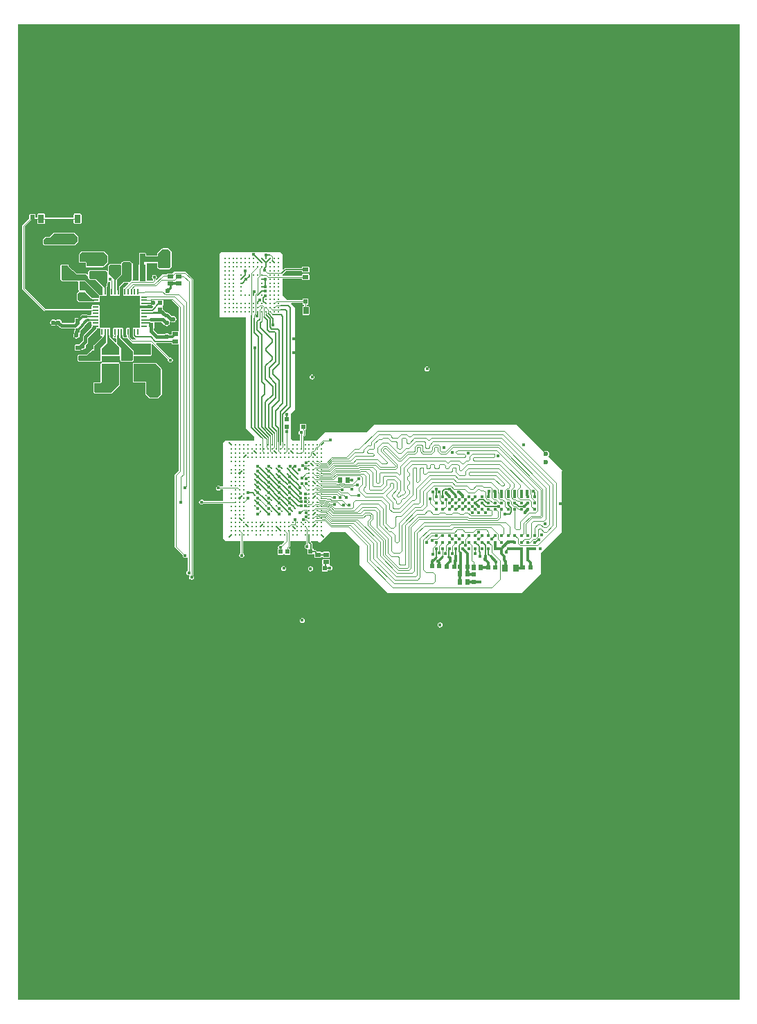
<source format=gtl>
G04 Layer_Physical_Order=1*
G04 Layer_Color=255*
%FSLAX43Y43*%
%MOMM*%
G71*
G01*
G75*
%ADD10R,0.510X0.700*%
%ADD11R,0.700X0.510*%
%ADD12R,0.560X0.510*%
%ADD13R,0.510X0.560*%
%ADD14R,0.640X0.890*%
%ADD15R,0.890X0.640*%
%ADD16R,2.000X0.800*%
%ADD17C,0.230*%
%ADD18C,0.400*%
%ADD19R,0.200X0.800*%
%ADD20R,4.600X3.600*%
%ADD21R,0.800X0.200*%
%ADD22R,0.800X2.000*%
%ADD23R,0.750X1.000*%
%ADD24C,0.120*%
%ADD25C,0.090*%
%ADD26C,0.200*%
%ADD27C,0.300*%
%ADD28C,0.100*%
%ADD29C,0.400*%
%ADD30C,0.175*%
%ADD31C,0.150*%
%ADD32C,0.250*%
%ADD33C,0.130*%
%ADD34C,0.500*%
%ADD35C,0.700*%
%ADD36C,0.600*%
%ADD37C,0.450*%
%ADD38C,0.250*%
%ADD39C,0.600*%
G36*
X88592Y65175D02*
X88592Y65075D01*
X67070Y65075D01*
X67000D01*
X66906Y65090D01*
X66879Y65096D01*
X66869Y65106D01*
X66829Y65146D01*
X65237Y66738D01*
X65243Y66807D01*
X65332Y66939D01*
X65363Y67095D01*
X65332Y67251D01*
X65243Y67383D01*
X65111Y67472D01*
X64955Y67503D01*
X64799Y67472D01*
X64667Y67383D01*
X64598Y67377D01*
X61325Y70650D01*
X43925Y70650D01*
X43050Y69775D01*
X37950D01*
X36925Y68750D01*
X35412Y68750D01*
Y69208D01*
X35465Y69260D01*
X35512Y69375D01*
Y69945D01*
X35575Y70055D01*
X35607Y70068D01*
X35638Y70145D01*
Y70655D01*
X35607Y70732D01*
X35530Y70763D01*
X34970D01*
X34893Y70732D01*
X34862Y70655D01*
Y70145D01*
X34887Y70085D01*
X34885Y70038D01*
X34866Y69971D01*
X34784Y69916D01*
X34717Y69817D01*
X34694Y69700D01*
X34717Y69583D01*
X34784Y69484D01*
X34843Y69444D01*
Y68821D01*
X34772Y68750D01*
X34000Y68750D01*
X33750Y69000D01*
Y72000D01*
X34250Y72500D01*
Y85000D01*
X33780Y85470D01*
X33818Y85563D01*
X35162D01*
Y85445D01*
X35193Y85368D01*
X35270Y85337D01*
X35363D01*
Y85178D01*
X35280D01*
X35203Y85147D01*
X35172Y85070D01*
Y84180D01*
X35203Y84103D01*
X35280Y84072D01*
X35920D01*
X35997Y84103D01*
X36028Y84180D01*
Y85070D01*
X35997Y85147D01*
X35920Y85178D01*
X35687D01*
Y85337D01*
X35780D01*
X35857Y85368D01*
X35888Y85445D01*
Y86005D01*
X35857Y86082D01*
X35780Y86113D01*
X35270D01*
X35193Y86082D01*
X35162Y86005D01*
Y85887D01*
X33363D01*
X32750Y86500D01*
Y88568D01*
X35117D01*
Y88470D01*
X35148Y88393D01*
X35225Y88362D01*
X35925D01*
X36002Y88393D01*
X36033Y88470D01*
Y88980D01*
X36002Y89057D01*
X35925Y89088D01*
X35225D01*
X35148Y89057D01*
X35117Y88980D01*
Y88882D01*
X32750D01*
Y89044D01*
X32773Y89048D01*
X32835Y89090D01*
X33179Y89434D01*
X35117D01*
Y89370D01*
X35148Y89293D01*
X35225Y89262D01*
X35925D01*
X36002Y89293D01*
X36033Y89370D01*
Y89880D01*
X36002Y89957D01*
X35925Y89988D01*
X35225D01*
X35148Y89957D01*
X35117Y89880D01*
Y89816D01*
X33100D01*
X33027Y89802D01*
X32965Y89760D01*
X32842Y89638D01*
X32750Y89676D01*
Y91500D01*
X32500Y91750D01*
X25250D01*
X25000Y91500D01*
Y83750D01*
X28250D01*
X28250Y70250D01*
X29250Y69250D01*
Y68750D01*
X25750D01*
X25500Y68500D01*
Y63097D01*
X25146D01*
X25106Y63156D01*
X25007Y63223D01*
X24890Y63246D01*
X24773Y63223D01*
X24674Y63156D01*
X24607Y63057D01*
X24584Y62940D01*
X24607Y62823D01*
X24674Y62724D01*
X24773Y62657D01*
X24890Y62634D01*
X25007Y62657D01*
X25106Y62724D01*
X25146Y62783D01*
X25500D01*
Y61357D01*
X23106D01*
X23066Y61416D01*
X22967Y61483D01*
X22850Y61506D01*
X22733Y61483D01*
X22634Y61416D01*
X22567Y61317D01*
X22544Y61200D01*
X22567Y61083D01*
X22634Y60984D01*
X22733Y60917D01*
X22850Y60894D01*
X22967Y60917D01*
X23066Y60984D01*
X23106Y61043D01*
X25500D01*
Y56750D01*
X25775Y56475D01*
X27593D01*
Y54931D01*
X27534Y54891D01*
X27467Y54792D01*
X27444Y54675D01*
X27467Y54558D01*
X27534Y54459D01*
X27633Y54392D01*
X27750Y54369D01*
X27867Y54392D01*
X27966Y54459D01*
X28033Y54558D01*
X28056Y54675D01*
X28033Y54792D01*
X27966Y54891D01*
X27907Y54931D01*
Y56475D01*
X32922D01*
X32961Y56383D01*
X32570Y55992D01*
X32500Y56006D01*
X32383Y55983D01*
X32284Y55916D01*
X32217Y55817D01*
X32194Y55700D01*
X32212Y55610D01*
X32215Y55578D01*
X32160Y55488D01*
X32143Y55482D01*
X32112Y55405D01*
Y54895D01*
X32143Y54818D01*
X32220Y54787D01*
X32780D01*
X32857Y54818D01*
X32858Y54823D01*
X32967D01*
X32968Y54818D01*
X33045Y54787D01*
X33605D01*
X33682Y54818D01*
X33713Y54895D01*
Y55405D01*
X33682Y55482D01*
X33605Y55513D01*
X33490D01*
X33485Y55613D01*
X33611Y55739D01*
X33657Y55850D01*
Y56475D01*
X35225D01*
X35250Y56500D01*
X35275Y56475D01*
X35593D01*
Y56031D01*
X35534Y55991D01*
X35467Y55892D01*
X35444Y55775D01*
X35467Y55658D01*
X35534Y55559D01*
X35633Y55492D01*
X35699Y55479D01*
X35759Y55445D01*
X35787Y55374D01*
Y54920D01*
X35818Y54843D01*
X35895Y54812D01*
X36455D01*
X36517Y54837D01*
X36617Y54798D01*
Y54520D01*
X36648Y54443D01*
X36725Y54412D01*
X37425D01*
X37502Y54443D01*
X37508Y54460D01*
X37617D01*
X37623Y54443D01*
X37700Y54412D01*
X38400D01*
X38477Y54443D01*
X38508Y54520D01*
Y55030D01*
X38477Y55107D01*
X38400Y55138D01*
X37700D01*
X37623Y55107D01*
X37617Y55090D01*
X37508D01*
X37502Y55107D01*
X37425Y55138D01*
X37000D01*
X36844Y55294D01*
X36778Y55338D01*
X36700Y55354D01*
X36563D01*
Y55430D01*
X36532Y55507D01*
X36455Y55538D01*
X36404D01*
Y56075D01*
X36404Y56075D01*
X36388Y56153D01*
X36344Y56219D01*
X36344Y56219D01*
X36204Y56359D01*
Y56475D01*
X37025D01*
X37275Y56225D01*
X38575Y57525D01*
X40425D01*
X42175Y55775D01*
Y53500D01*
X45625Y50050D01*
X61925D01*
X64350Y52475D01*
Y55025D01*
X66900Y57575D01*
X66900Y65005D01*
X66977Y65059D01*
X67070Y65075D01*
X67169Y65075D01*
X88592Y65075D01*
Y408D01*
X408D01*
Y119592D01*
X88592D01*
Y65175D01*
D02*
G37*
%LPC*%
G36*
X17250Y78208D02*
X14550D01*
X14473Y78177D01*
X14442Y78100D01*
Y75950D01*
X14473Y75873D01*
X14550Y75842D01*
X15992D01*
Y74500D01*
X16023Y74423D01*
X16023Y74423D01*
X16523Y73923D01*
X16600Y73892D01*
X17525D01*
X17525Y73892D01*
X17602Y73923D01*
X17602Y73923D01*
X17952Y74273D01*
X17983Y74350D01*
Y77475D01*
X17983Y77475D01*
X17952Y77552D01*
X17952Y77552D01*
X17327Y78177D01*
X17250Y78208D01*
D02*
G37*
G36*
X38400Y54238D02*
X37700D01*
X37623Y54207D01*
X37592Y54130D01*
Y53620D01*
X37611Y53574D01*
X37623Y53543D01*
X37576Y53460D01*
X37568Y53457D01*
X37537Y53380D01*
Y52820D01*
X37568Y52743D01*
X37645Y52712D01*
X38155D01*
X38232Y52743D01*
X38263Y52820D01*
Y52844D01*
X38363Y52897D01*
X38408Y52867D01*
X38525Y52844D01*
X38642Y52867D01*
X38741Y52934D01*
X38808Y53033D01*
X38831Y53150D01*
X38808Y53267D01*
X38741Y53366D01*
X38642Y53433D01*
X38525Y53456D01*
X38518Y53455D01*
X38479Y53549D01*
X38508Y53620D01*
Y54130D01*
X38477Y54207D01*
X38400Y54238D01*
D02*
G37*
G36*
X8050Y96458D02*
X7300D01*
X7223Y96427D01*
X7192Y96350D01*
Y96012D01*
X3708D01*
Y96350D01*
X3677Y96427D01*
X3600Y96458D01*
X2850D01*
X2773Y96427D01*
X2742Y96350D01*
Y96012D01*
X2563D01*
Y96305D01*
X2532Y96382D01*
X2455Y96413D01*
X1895D01*
X1818Y96382D01*
X1787Y96305D01*
Y95916D01*
X985Y95115D01*
X938Y95000D01*
Y87250D01*
X985Y87135D01*
X3560Y84560D01*
X3675Y84513D01*
X9354D01*
X9407Y84413D01*
X9392Y84375D01*
Y84175D01*
X9323Y84079D01*
X8920D01*
X8873Y84110D01*
X8775Y84130D01*
X8250D01*
X8152Y84110D01*
X8070Y84055D01*
X7728Y83713D01*
X7445D01*
X7368Y83682D01*
X7337Y83605D01*
Y83199D01*
X7208Y83071D01*
X5862D01*
X5752Y83181D01*
X5727Y83306D01*
X5638Y83438D01*
X5506Y83527D01*
X5350Y83558D01*
X5194Y83527D01*
X5088Y83456D01*
X4987D01*
X4881Y83527D01*
X4725Y83558D01*
X4569Y83527D01*
X4437Y83438D01*
X4348Y83306D01*
X4317Y83150D01*
X4348Y82994D01*
X4437Y82862D01*
X4569Y82773D01*
X4725Y82742D01*
X4881Y82773D01*
X4987Y82844D01*
X5088D01*
X5194Y82773D01*
X5319Y82748D01*
X5519Y82549D01*
X5519Y82549D01*
X5618Y82482D01*
X5735Y82459D01*
X7244D01*
X7335Y82455D01*
X7337Y82365D01*
Y82244D01*
X7334Y82241D01*
X7267Y82142D01*
X7244Y82025D01*
X7244Y82025D01*
Y81862D01*
X7173Y81756D01*
X7142Y81600D01*
X7173Y81444D01*
X7262Y81312D01*
X7394Y81223D01*
X7550Y81192D01*
X7706Y81223D01*
X7838Y81312D01*
X7927Y81444D01*
X7958Y81600D01*
X7941Y81687D01*
X7953Y81773D01*
X8010Y81810D01*
X8032Y81818D01*
X8063Y81895D01*
Y82178D01*
X8455Y82570D01*
X8510Y82652D01*
X8530Y82750D01*
Y82767D01*
X8730Y82968D01*
X8745Y82989D01*
X8976Y83220D01*
X9075D01*
X9173Y83240D01*
X9220Y83271D01*
X9323D01*
X9392Y83175D01*
Y82975D01*
X9423Y82898D01*
X9423Y82852D01*
X9392Y82775D01*
Y82601D01*
X9389Y82598D01*
X9389Y82597D01*
X8419Y81626D01*
X8352Y81527D01*
X8329Y81410D01*
X8329Y81410D01*
Y80937D01*
X7856Y80463D01*
X7445D01*
X7368Y80432D01*
X7337Y80355D01*
Y79795D01*
X7368Y79718D01*
X7445Y79687D01*
X7955D01*
X8032Y79718D01*
X8063Y79795D01*
Y79821D01*
X8142Y79874D01*
X8144Y79873D01*
X8300Y79842D01*
X8456Y79873D01*
X8588Y79962D01*
X8677Y80094D01*
X8708Y80250D01*
X8677Y80406D01*
X8672Y80414D01*
X8851Y80594D01*
X8851Y80594D01*
X8918Y80693D01*
X8941Y80810D01*
X8941Y80810D01*
Y81283D01*
X9941Y82284D01*
X9950Y82297D01*
X9978Y82302D01*
X10044Y82346D01*
X10088Y82413D01*
X10099Y82467D01*
X10300D01*
X10361Y82492D01*
X10447Y82439D01*
X10442Y82425D01*
X10442Y81625D01*
X10473Y81548D01*
X10550Y81517D01*
X10691D01*
X10731Y81417D01*
X9676Y80416D01*
X9675Y80415D01*
X9673Y80414D01*
X9658Y80377D01*
X9642Y80341D01*
X9642Y80339D01*
X9642Y80338D01*
X9642Y79929D01*
X9571Y79858D01*
X9438Y79858D01*
X9401Y79843D01*
X9363Y79828D01*
X9100Y79578D01*
X9100Y79577D01*
X9098Y79577D01*
X8780Y79258D01*
X7900Y79258D01*
X7823Y79227D01*
X7823Y79227D01*
X7698Y79102D01*
X7698Y79102D01*
X7698Y79102D01*
X7667Y79025D01*
X7667Y78650D01*
X7667Y78650D01*
X7667Y78650D01*
X7684Y78609D01*
X7698Y78573D01*
X7698Y78573D01*
X7698Y78573D01*
X7873Y78398D01*
X7873Y78398D01*
X7873Y78398D01*
X7950Y78367D01*
X10500Y78367D01*
X10577Y78398D01*
X10608Y78475D01*
Y78986D01*
X10625Y79007D01*
X10708Y79067D01*
X12675Y79067D01*
X12675Y79067D01*
X12752Y79098D01*
X12794Y79114D01*
X12892Y79053D01*
X12892Y78550D01*
X12892Y78550D01*
X12892Y78550D01*
X12909Y78508D01*
X12923Y78473D01*
X12923Y78473D01*
X12923Y78473D01*
X12998Y78398D01*
X13038Y78382D01*
X13075Y78367D01*
X14325Y78367D01*
X14402Y78398D01*
X14402Y78398D01*
X14502Y78498D01*
X14502Y78498D01*
X14522Y78549D01*
X14533Y78575D01*
X14533Y78976D01*
X14574Y79065D01*
X14575Y79067D01*
X15125Y79067D01*
X16575Y79067D01*
X16575Y79067D01*
X16575Y79067D01*
X16575D01*
X16608Y79081D01*
X16652Y79098D01*
X16702Y79148D01*
X16702Y79148D01*
X16702Y79148D01*
X16717Y79187D01*
X16733Y79225D01*
X16733Y79225D01*
X16733Y79225D01*
X16733Y80496D01*
X16833Y80537D01*
X18732Y78639D01*
X18719Y78575D01*
X18742Y78458D01*
X18809Y78359D01*
X18908Y78292D01*
X19025Y78269D01*
X19142Y78292D01*
X19241Y78359D01*
X19308Y78458D01*
X19331Y78575D01*
X19308Y78692D01*
X19241Y78791D01*
X19142Y78858D01*
X19025Y78881D01*
X18961Y78868D01*
X17284Y80546D01*
X17325Y80646D01*
X19167D01*
Y80595D01*
X19198Y80518D01*
X19275Y80487D01*
X19975D01*
X20038Y80445D01*
Y65042D01*
X19610Y64615D01*
X19563Y64500D01*
Y55775D01*
X19610Y55660D01*
X20532Y54739D01*
X20519Y54675D01*
X20542Y54558D01*
X20609Y54459D01*
X20708Y54392D01*
X20825Y54369D01*
X20942Y54392D01*
X21025Y54448D01*
X21086Y54430D01*
X21125Y54404D01*
Y52827D01*
X21071Y52791D01*
X21005Y52692D01*
X20982Y52575D01*
X21005Y52458D01*
X21071Y52359D01*
X21170Y52292D01*
X21288Y52269D01*
X21324Y52276D01*
X21385Y52186D01*
X21355Y52142D01*
X21332Y52025D01*
X21355Y51908D01*
X21421Y51809D01*
X21520Y51742D01*
X21638Y51719D01*
X21755Y51742D01*
X21854Y51809D01*
X21920Y51908D01*
X21943Y52025D01*
X21920Y52142D01*
X21854Y52241D01*
X21800Y52277D01*
Y88412D01*
X21752Y88527D01*
X20925Y89355D01*
X20810Y89402D01*
X19600D01*
X19485Y89355D01*
X19294Y89163D01*
X18675D01*
X18598Y89132D01*
X18570Y89062D01*
X18150D01*
X18035Y89015D01*
X17337Y88317D01*
X17245Y88355D01*
X17242Y88451D01*
X17291Y88484D01*
X17358Y88583D01*
X17381Y88700D01*
X17358Y88817D01*
X17291Y88916D01*
X17192Y88983D01*
X17075Y89006D01*
X16958Y88983D01*
X16859Y88916D01*
X16792Y88817D01*
X16769Y88700D01*
X16792Y88583D01*
X16859Y88484D01*
X16913Y88448D01*
Y88317D01*
X16833Y88237D01*
X16183D01*
Y90225D01*
X16152Y90302D01*
X16116Y90316D01*
X16136Y90416D01*
X17392D01*
X17392Y89950D01*
X17392Y89950D01*
X17423Y89873D01*
X17424Y89873D01*
X17598Y89698D01*
X17636Y89683D01*
X17675Y89667D01*
X18900Y89667D01*
X18900Y89667D01*
X18977Y89698D01*
X18977Y89698D01*
X19127Y89848D01*
X19158Y89925D01*
Y91825D01*
X19158Y91825D01*
X19127Y91902D01*
X19127Y91902D01*
X18825Y92203D01*
X18748Y92235D01*
X18063D01*
X18063Y92235D01*
X17987Y92203D01*
Y92203D01*
X17423Y91640D01*
X17392Y91564D01*
X17392Y91405D01*
X17321Y91334D01*
X16053D01*
Y91595D01*
X16022Y91672D01*
X15945Y91703D01*
X15305D01*
X15228Y91672D01*
X15197Y91595D01*
Y90705D01*
X15228Y90628D01*
X15243Y90622D01*
Y90320D01*
X15198Y90302D01*
X15167Y90225D01*
Y88237D01*
X14446D01*
X14407Y88337D01*
X14433Y88400D01*
Y90350D01*
X14402Y90427D01*
X14402Y90427D01*
X14227Y90602D01*
X14150Y90633D01*
X13250D01*
X13250Y90633D01*
X13173Y90602D01*
X13023Y90452D01*
X12992Y90375D01*
X12928Y90332D01*
X12925Y90333D01*
X12703D01*
X12695Y90330D01*
X11805D01*
X11797Y90333D01*
X11675D01*
X11598Y90302D01*
X11423Y90127D01*
X11392Y90050D01*
Y89517D01*
X11299Y89479D01*
X11252Y89527D01*
X11175Y89558D01*
X9200D01*
X9200Y89558D01*
X9123Y89527D01*
X9123Y89527D01*
X9023Y89427D01*
X8992Y89350D01*
Y89005D01*
X8899Y88969D01*
X8754Y89124D01*
X8752Y89125D01*
X8752Y89127D01*
X8715Y89142D01*
X8679Y89158D01*
X8677Y89157D01*
X8675Y89158D01*
X7626D01*
X6583Y90002D01*
Y90150D01*
X6552Y90227D01*
X6475Y90258D01*
X5700Y90258D01*
X5623Y90227D01*
X5592Y90150D01*
X5592Y88458D01*
X5623Y88381D01*
X5623Y88381D01*
X5806Y88198D01*
X5883Y88167D01*
X7722Y88167D01*
X7792Y88075D01*
Y87175D01*
X7792Y87175D01*
X7823Y87098D01*
X7846Y87076D01*
X7833Y86974D01*
X7828Y86964D01*
X7798Y86952D01*
X7798Y86952D01*
X7623Y86777D01*
X7592Y86700D01*
Y85950D01*
X7623Y85873D01*
X7623Y85873D01*
X7798Y85698D01*
X7875Y85667D01*
X9500D01*
X9500Y85667D01*
X10300D01*
X10377Y85698D01*
X10408Y85775D01*
Y85975D01*
X10377Y86052D01*
X10377Y86098D01*
X10408Y86175D01*
Y86375D01*
X10497Y86417D01*
X10634Y86417D01*
X10750D01*
X10774Y86427D01*
X10850Y86443D01*
X10926Y86427D01*
X10950Y86417D01*
X11150D01*
X11227Y86448D01*
X11258Y86525D01*
Y87325D01*
X11254Y87335D01*
Y87365D01*
X11258Y87375D01*
Y87424D01*
X11343Y87594D01*
X11345Y87619D01*
X11354Y87642D01*
Y87750D01*
X11343Y87777D01*
X11344Y87783D01*
X11331Y87850D01*
X11340Y87896D01*
X11366Y87934D01*
X11385Y87947D01*
X11391Y87956D01*
X11402Y87961D01*
X11414Y87990D01*
X11431Y88016D01*
X11429Y88027D01*
X11433Y88037D01*
Y88147D01*
X11533Y88201D01*
X11583Y88167D01*
X11688Y88147D01*
Y87407D01*
X11673Y87402D01*
X11642Y87325D01*
Y86525D01*
X11673Y86448D01*
X11750Y86417D01*
X11950D01*
X11974Y86427D01*
X12050Y86443D01*
X12126Y86427D01*
X12150Y86417D01*
X12350D01*
X12374Y86427D01*
X12450Y86443D01*
X12526Y86427D01*
X12550Y86417D01*
X12750D01*
X12827Y86448D01*
X12858Y86525D01*
Y87325D01*
X12858Y87325D01*
Y87530D01*
X13345Y88017D01*
X13869D01*
X13908Y87924D01*
X13417Y87433D01*
X13350D01*
X13273Y87402D01*
X13242Y87325D01*
Y86525D01*
X13273Y86448D01*
X13350Y86417D01*
X13550D01*
X13574Y86427D01*
X13650Y86443D01*
X13726Y86427D01*
X13750Y86417D01*
X13950D01*
X13974Y86427D01*
X14050Y86443D01*
X14126Y86427D01*
X14150Y86417D01*
X14350D01*
X14374Y86427D01*
X14450Y86443D01*
X14526Y86427D01*
X14550Y86417D01*
X14750D01*
X14774Y86427D01*
X14850Y86443D01*
X14926Y86427D01*
X14950Y86417D01*
X15150D01*
X15211Y86442D01*
X15297Y86389D01*
X15292Y86375D01*
X15292Y86175D01*
X15323Y86098D01*
X15323Y86052D01*
X15292Y85975D01*
Y85775D01*
X15323Y85698D01*
X15323Y85652D01*
X15292Y85575D01*
Y85375D01*
X15323Y85298D01*
X15400Y85267D01*
X16200D01*
X16210Y85271D01*
X16685D01*
X16794Y85198D01*
X16900Y85177D01*
X16934Y85070D01*
X16743Y84879D01*
X16210D01*
X16200Y84883D01*
X15400D01*
X15323Y84852D01*
X15292Y84775D01*
Y84575D01*
X15323Y84498D01*
X15323Y84452D01*
X15292Y84375D01*
Y84175D01*
X15323Y84098D01*
X15323Y84052D01*
X15292Y83975D01*
Y83775D01*
X15302Y83751D01*
X15318Y83675D01*
X15302Y83599D01*
X15292Y83575D01*
Y83375D01*
X15323Y83298D01*
X15323Y83252D01*
X15292Y83175D01*
Y82975D01*
X15323Y82898D01*
X15323Y82852D01*
X15292Y82775D01*
Y82575D01*
X15297Y82561D01*
X15211Y82508D01*
X15194Y82515D01*
X15150Y82533D01*
X14950D01*
X14926Y82523D01*
X14850Y82507D01*
X14774Y82523D01*
X14750Y82533D01*
X14550D01*
X14473Y82502D01*
X14442Y82425D01*
Y81625D01*
X14446Y81615D01*
Y81561D01*
X14462Y81483D01*
X14506Y81416D01*
X14691Y81231D01*
X14691Y81231D01*
X14758Y81187D01*
X14744Y81087D01*
X14392D01*
X14029Y81450D01*
X14027Y81548D01*
X14058Y81625D01*
Y82425D01*
X14027Y82502D01*
X13950Y82533D01*
X13750D01*
X13673Y82502D01*
X13642Y82425D01*
Y81625D01*
X13673Y81548D01*
X13688Y81543D01*
Y81400D01*
X13643Y81333D01*
X13472Y81333D01*
X13462Y81329D01*
X13451Y81331D01*
X13450Y81331D01*
X13449Y81331D01*
X13438Y81329D01*
X13428Y81333D01*
X13415D01*
X13366Y81366D01*
X13329Y81422D01*
X13319Y81428D01*
X13315Y81438D01*
X13283Y81470D01*
X13283Y81575D01*
X13267Y81614D01*
X13258Y81635D01*
Y82425D01*
X13227Y82502D01*
X13150Y82533D01*
X12950D01*
X12926Y82523D01*
X12850Y82507D01*
X12774Y82523D01*
X12750Y82533D01*
X12550D01*
X12526Y82523D01*
X12450Y82507D01*
X12374Y82523D01*
X12350Y82533D01*
X12150D01*
X12073Y82502D01*
X12042Y82425D01*
Y81625D01*
X12063Y81575D01*
X12038Y81538D01*
X12021Y81450D01*
X12038Y81362D01*
X12088Y81288D01*
X12162Y81238D01*
X12250Y81221D01*
X12317Y81234D01*
X12388Y81196D01*
X12417Y81171D01*
X12417Y80744D01*
X12324Y80706D01*
X11683Y81345D01*
Y81575D01*
X11683Y81575D01*
X11658Y81635D01*
Y82425D01*
X11627Y82502D01*
X11550Y82533D01*
X11350D01*
X11326Y82523D01*
X11250Y82507D01*
X11174Y82523D01*
X11150Y82533D01*
X10950D01*
X10926Y82523D01*
X10850Y82507D01*
X10774Y82523D01*
X10750Y82533D01*
X10550D01*
X10489Y82508D01*
X10403Y82561D01*
X10408Y82575D01*
X10408Y82775D01*
X10377Y82852D01*
X10377Y82898D01*
X10408Y82975D01*
Y83175D01*
X10377Y83252D01*
X10377Y83298D01*
X10408Y83375D01*
Y83575D01*
X10398Y83599D01*
X10382Y83675D01*
X10398Y83751D01*
X10408Y83775D01*
Y83975D01*
X10377Y84052D01*
X10377Y84098D01*
X10408Y84175D01*
Y84375D01*
X10377Y84452D01*
X10377Y84498D01*
X10408Y84575D01*
Y84775D01*
X10377Y84852D01*
X10377Y84898D01*
X10408Y84975D01*
Y85175D01*
X10377Y85252D01*
X10300Y85283D01*
X9500D01*
X9423Y85252D01*
X9392Y85175D01*
Y84975D01*
X9407Y84937D01*
X9354Y84837D01*
X3742D01*
X1262Y87317D01*
Y94933D01*
X2016Y95687D01*
X2455D01*
X2457Y95688D01*
X2742D01*
Y95350D01*
X2773Y95273D01*
X2850Y95242D01*
X3600D01*
X3677Y95273D01*
X3708Y95350D01*
Y95688D01*
X7192D01*
Y95350D01*
X7223Y95273D01*
X7300Y95242D01*
X8050D01*
X8127Y95273D01*
X8158Y95350D01*
Y96350D01*
X8127Y96427D01*
X8050Y96458D01*
D02*
G37*
G36*
X50400Y77806D02*
X50283Y77783D01*
X50184Y77716D01*
X50117Y77617D01*
X50094Y77500D01*
X50117Y77383D01*
X50184Y77284D01*
X50283Y77217D01*
X50400Y77194D01*
X50517Y77217D01*
X50616Y77284D01*
X50683Y77383D01*
X50706Y77500D01*
X50683Y77617D01*
X50616Y77716D01*
X50517Y77783D01*
X50400Y77806D01*
D02*
G37*
G36*
X36350Y76806D02*
X36233Y76783D01*
X36134Y76716D01*
X36067Y76617D01*
X36044Y76500D01*
X36067Y76383D01*
X36134Y76284D01*
X36233Y76217D01*
X36350Y76194D01*
X36467Y76217D01*
X36566Y76284D01*
X36633Y76383D01*
X36656Y76500D01*
X36633Y76617D01*
X36566Y76716D01*
X36467Y76783D01*
X36350Y76806D01*
D02*
G37*
G36*
X10625Y78258D02*
X10548Y78227D01*
X10517Y78150D01*
X10517Y75945D01*
X10405Y75833D01*
X9725Y75833D01*
X9725Y75833D01*
X9648Y75802D01*
X9644Y75790D01*
X9617Y75725D01*
X9617Y74675D01*
X9617Y74675D01*
X9648Y74598D01*
X9648Y74598D01*
X9773Y74473D01*
X9850Y74442D01*
X11750D01*
X11750Y74442D01*
X11827Y74473D01*
X11827Y74473D01*
X12802Y75448D01*
X12833Y75525D01*
X12833Y78150D01*
X12802Y78227D01*
X12802Y78227D01*
X12725Y78258D01*
X10625Y78258D01*
D02*
G37*
G36*
X52000Y46506D02*
X51883Y46483D01*
X51784Y46416D01*
X51717Y46317D01*
X51694Y46200D01*
X51717Y46083D01*
X51784Y45984D01*
X51883Y45917D01*
X52000Y45894D01*
X52117Y45917D01*
X52216Y45984D01*
X52283Y46083D01*
X52306Y46200D01*
X52283Y46317D01*
X52216Y46416D01*
X52117Y46483D01*
X52000Y46506D01*
D02*
G37*
G36*
X4775Y94108D02*
X4698Y94077D01*
X4230Y93608D01*
X3800D01*
X3800Y93608D01*
X3723Y93577D01*
X3473Y93327D01*
X3442Y93250D01*
Y92800D01*
X3473Y92723D01*
X3473Y92723D01*
X3598Y92598D01*
X3675Y92567D01*
X7275D01*
X7352Y92598D01*
X7352Y92598D01*
X7752Y92998D01*
X7783Y93075D01*
Y93600D01*
X7752Y93677D01*
X7752Y93677D01*
X7352Y94077D01*
X7275Y94108D01*
X4775D01*
X4775Y94108D01*
D02*
G37*
G36*
X35150Y47081D02*
X35033Y47058D01*
X34934Y46991D01*
X34867Y46892D01*
X34844Y46775D01*
X34867Y46658D01*
X34934Y46559D01*
X35033Y46492D01*
X35150Y46469D01*
X35267Y46492D01*
X35366Y46559D01*
X35433Y46658D01*
X35456Y46775D01*
X35433Y46892D01*
X35366Y46991D01*
X35267Y47058D01*
X35150Y47081D01*
D02*
G37*
G36*
X32900Y53431D02*
X32783Y53408D01*
X32684Y53341D01*
X32617Y53242D01*
X32594Y53125D01*
X32617Y53008D01*
X32684Y52909D01*
X32783Y52842D01*
X32900Y52819D01*
X33017Y52842D01*
X33116Y52909D01*
X33183Y53008D01*
X33206Y53125D01*
X33183Y53242D01*
X33116Y53341D01*
X33017Y53408D01*
X32900Y53431D01*
D02*
G37*
G36*
X8200Y91858D02*
X8123Y91827D01*
X7898Y91602D01*
X7867Y91525D01*
Y90825D01*
X7871Y90814D01*
X7869Y90803D01*
X7872Y90789D01*
Y90686D01*
X7869Y90672D01*
X7871Y90661D01*
X7867Y90650D01*
Y90528D01*
X7898Y90452D01*
X7975Y90420D01*
X8673D01*
X8689Y90414D01*
X8695Y90398D01*
Y90025D01*
X8714Y89980D01*
X8727Y89948D01*
X8803Y89917D01*
X8803Y89917D01*
X9525Y89917D01*
X10800Y89917D01*
X10800Y89917D01*
X10800Y89917D01*
X10839Y89933D01*
X10876Y89948D01*
X10876Y89948D01*
X10876Y89948D01*
X11377Y90448D01*
X11408Y90525D01*
X11408Y91300D01*
X11377Y91377D01*
X10927Y91827D01*
X10850Y91858D01*
X8200D01*
X8200Y91858D01*
D02*
G37*
G36*
X36175Y53356D02*
X36058Y53333D01*
X35959Y53266D01*
X35892Y53167D01*
X35869Y53050D01*
X35892Y52933D01*
X35959Y52834D01*
X36058Y52767D01*
X36175Y52744D01*
X36292Y52767D01*
X36391Y52834D01*
X36458Y52933D01*
X36481Y53050D01*
X36458Y53167D01*
X36391Y53266D01*
X36292Y53333D01*
X36175Y53356D01*
D02*
G37*
%LPD*%
G36*
X17875Y77475D02*
Y74350D01*
X17525Y74000D01*
X16600D01*
X16100Y74500D01*
Y75950D01*
X14550D01*
Y78100D01*
X17250D01*
X17875Y77475D01*
D02*
G37*
G36*
X12775Y81575D02*
X12775Y81293D01*
X14417Y79665D01*
X14417Y79225D01*
X14417Y79225D01*
X14417Y79225D01*
X14425Y79205D01*
X14425Y78575D01*
X14325Y78475D01*
X13075Y78475D01*
X13000Y78550D01*
X13000Y80075D01*
X12525Y80550D01*
X12525Y81575D01*
X12550Y81600D01*
X12750Y81600D01*
X12775Y81575D01*
D02*
G37*
G36*
X11575D02*
Y81300D01*
X12725Y80153D01*
X12725Y79225D01*
X12675Y79175D01*
X10675Y79175D01*
X10625Y79225D01*
X10625Y79975D01*
X11325Y80675D01*
Y81575D01*
X11350Y81600D01*
Y81600D01*
X11550D01*
X11575Y81575D01*
D02*
G37*
G36*
X19050Y91825D02*
Y89925D01*
X18900Y89775D01*
X17675Y89775D01*
X17500Y89950D01*
X17500Y91564D01*
X18063Y92127D01*
X18748D01*
X19050Y91825D01*
D02*
G37*
G36*
X11325Y89300D02*
Y88037D01*
X11288Y88012D01*
X11238Y87938D01*
X11221Y87850D01*
X11238Y87762D01*
X11246Y87750D01*
Y87642D01*
X11150Y87450D01*
Y87375D01*
X10950D01*
Y87450D01*
X9950Y88450D01*
X9225D01*
X9100Y88575D01*
Y89350D01*
X9200Y89450D01*
X11175D01*
X11325Y89300D01*
D02*
G37*
G36*
X14325Y90350D02*
Y88400D01*
X14050Y88125D01*
X13300D01*
X12750Y87575D01*
Y87100D01*
X12550D01*
Y88425D01*
X13100Y88975D01*
Y90375D01*
X13250Y90525D01*
X14150D01*
X14325Y90350D01*
D02*
G37*
G36*
X12992Y90158D02*
Y89042D01*
X12350Y88400D01*
Y88125D01*
X12150D01*
Y88450D01*
X11500Y89100D01*
Y90050D01*
X11675Y90225D01*
X11797D01*
X11805Y90222D01*
X12695D01*
X12703Y90225D01*
X12925D01*
X12992Y90158D01*
D02*
G37*
G36*
X20038Y85008D02*
Y82155D01*
X19975Y82113D01*
X19275D01*
X19198Y82082D01*
X19167Y82005D01*
Y81705D01*
X18886D01*
X18863Y81738D01*
X18731Y81827D01*
X18575Y81858D01*
X18419Y81827D01*
X18351Y81781D01*
X17514D01*
X17031Y82264D01*
Y82468D01*
X17032Y82468D01*
X17063Y82545D01*
Y83105D01*
X17058Y83119D01*
X17124Y83219D01*
X17940D01*
X18215Y82944D01*
X18287Y82837D01*
X18419Y82748D01*
X18575Y82717D01*
X18731Y82748D01*
X18863Y82837D01*
X18952Y82969D01*
X18983Y83125D01*
X18972Y83179D01*
X19043Y83250D01*
X19075Y83244D01*
X19126D01*
X19194Y83198D01*
X19350Y83167D01*
X19506Y83198D01*
X19638Y83287D01*
X19727Y83419D01*
X19758Y83575D01*
X19727Y83731D01*
X19638Y83863D01*
X19506Y83952D01*
X19350Y83983D01*
X19194Y83952D01*
X19178Y83941D01*
X18859Y84259D01*
X18752Y84331D01*
X18625Y84356D01*
X18546D01*
X18351Y84551D01*
X18351Y84551D01*
X18293Y84609D01*
X18293Y84609D01*
X18138Y84764D01*
Y85005D01*
X18107Y85082D01*
X18093Y85087D01*
Y85196D01*
X18115Y85205D01*
X18147Y85282D01*
Y85842D01*
X18161Y85863D01*
X19183D01*
X20038Y85008D01*
D02*
G37*
G36*
X11175Y81575D02*
X11175Y80725D01*
X10500Y80050D01*
Y78475D01*
X7950Y78475D01*
X7775Y78650D01*
X7775Y79025D01*
X7900Y79150D01*
X8825Y79150D01*
X9175Y79500D01*
X9438Y79750D01*
X9701Y79750D01*
X9750Y79801D01*
X9750Y80338D01*
X10925Y81451D01*
Y81575D01*
X10950Y81600D01*
X11150D01*
X11175Y81575D01*
D02*
G37*
G36*
X13175Y81575D02*
X13175Y81425D01*
X13239Y81361D01*
X13288Y81288D01*
X13361Y81239D01*
X13375Y81225D01*
X13428D01*
X13450Y81221D01*
X13472Y81225D01*
X13775Y81225D01*
X14400Y80600D01*
X16575Y80600D01*
X16625Y80550D01*
X16625Y79225D01*
X16575Y79175D01*
X15125Y79175D01*
X14575Y79175D01*
X14525Y79225D01*
X14525Y79750D01*
X12925Y81350D01*
X12925Y81575D01*
X12950Y81600D01*
X13150D01*
X13175Y81575D01*
D02*
G37*
G36*
X6469Y90144D02*
X6475Y90128D01*
Y90002D01*
Y89950D01*
X7588Y89050D01*
X8655D01*
X8670Y89043D01*
X8672Y89043D01*
X8673Y89042D01*
X8689Y89035D01*
X8992Y88710D01*
Y88575D01*
X9023Y88498D01*
X9023Y88498D01*
X9148Y88373D01*
X9225Y88342D01*
X9334D01*
X9350Y88325D01*
X9875D01*
X10750Y87450D01*
X10750Y86532D01*
X10743Y86527D01*
X10733D01*
X10729Y86525D01*
X10377Y86525D01*
X10377Y86527D01*
X8677Y88227D01*
X8629Y88246D01*
X8600Y88275D01*
X7042Y88275D01*
X5904Y88275D01*
X5867Y88290D01*
X5715Y88442D01*
X5700Y88479D01*
X5700Y90128D01*
X5706Y90144D01*
X5722Y90150D01*
X6202Y90150D01*
X6453D01*
X6469Y90144D01*
D02*
G37*
G36*
X10300Y86450D02*
Y86175D01*
X9500D01*
X9498Y86180D01*
X9152Y86527D01*
X9152Y86527D01*
X8727Y86952D01*
X8727D01*
X8727Y86952D01*
X8679Y86971D01*
X8525Y87125D01*
X7950D01*
X7900Y87175D01*
Y88075D01*
X7975Y88150D01*
X8600D01*
X10300Y86450D01*
D02*
G37*
G36*
X9075D02*
X9421Y86104D01*
X9423Y86098D01*
X9429Y86096D01*
X9550Y85975D01*
X9700D01*
Y85775D01*
X7875D01*
X7700Y85950D01*
Y86700D01*
X7875Y86875D01*
X8650Y86875D01*
X9075Y86450D01*
D02*
G37*
G36*
X12725Y78150D02*
X12725Y75525D01*
X11750Y74550D01*
X9850D01*
X9725Y74675D01*
X9725Y75725D01*
X10450Y75725D01*
X10625Y75900D01*
X10625Y78150D01*
X12725Y78150D01*
D02*
G37*
G36*
X7675Y93600D02*
Y93075D01*
X7275Y92675D01*
X3675D01*
X3550Y92800D01*
Y93250D01*
X3800Y93500D01*
X4275D01*
X4775Y94000D01*
X7275D01*
X7675Y93600D01*
D02*
G37*
G36*
X11300Y91300D02*
X11300Y90525D01*
X10800Y90025D01*
X9525Y90025D01*
X8803Y90025D01*
Y90420D01*
X8772Y90497D01*
X8695Y90528D01*
X7975D01*
Y90650D01*
X7980Y90675D01*
Y90800D01*
X7975Y90825D01*
Y91525D01*
X8200Y91750D01*
X10850D01*
X11300Y91300D01*
D02*
G37*
D10*
X54450Y52450D02*
D03*
X55350D02*
D03*
Y51475D02*
D03*
X54450D02*
D03*
X56100Y53250D02*
D03*
X57000D02*
D03*
X40675Y63925D02*
D03*
X39775D02*
D03*
D11*
X37075Y54775D02*
D03*
Y53875D02*
D03*
X38050D02*
D03*
Y54775D02*
D03*
X35575Y89625D02*
D03*
Y88725D02*
D03*
X19025Y88800D02*
D03*
Y87900D02*
D03*
X20074Y88813D02*
D03*
Y87913D02*
D03*
X19625Y81750D02*
D03*
Y80850D02*
D03*
D12*
X56100Y52375D02*
D03*
Y51475D02*
D03*
X33325Y55150D02*
D03*
Y54250D02*
D03*
X35250Y70400D02*
D03*
Y71300D02*
D03*
X33250Y70400D02*
D03*
Y71300D02*
D03*
X32500Y55150D02*
D03*
Y54250D02*
D03*
X36175Y55175D02*
D03*
Y54275D02*
D03*
X2175Y96950D02*
D03*
Y96050D02*
D03*
D13*
X37900Y53100D02*
D03*
X37000D02*
D03*
X35525Y85725D02*
D03*
X36425D02*
D03*
X63050Y53250D02*
D03*
X62150D02*
D03*
X57875Y53250D02*
D03*
X58775D02*
D03*
X52825Y53325D02*
D03*
X53725D02*
D03*
X7700Y82175D02*
D03*
X6800D02*
D03*
X16700Y82825D02*
D03*
X17600D02*
D03*
X17775Y84725D02*
D03*
X18675D02*
D03*
X7700Y80075D02*
D03*
X6800D02*
D03*
X7700Y83325D02*
D03*
X6800D02*
D03*
X18684Y85562D02*
D03*
X17784D02*
D03*
X51000Y53400D02*
D03*
X51900D02*
D03*
X55350Y53325D02*
D03*
X54450D02*
D03*
D14*
X61300Y53175D02*
D03*
X59900D02*
D03*
X6875Y86350D02*
D03*
X8275D02*
D03*
X15625Y91150D02*
D03*
X14225D02*
D03*
X15150Y76450D02*
D03*
X13750D02*
D03*
X11250Y76450D02*
D03*
X9850D02*
D03*
X8275Y87625D02*
D03*
X6875D02*
D03*
X8450Y91175D02*
D03*
X7050D02*
D03*
X35600Y84625D02*
D03*
X37000D02*
D03*
D15*
X12250Y89250D02*
D03*
Y90650D02*
D03*
X9750Y79250D02*
D03*
Y77850D02*
D03*
X8250Y88700D02*
D03*
Y90100D02*
D03*
X13625Y79250D02*
D03*
Y77850D02*
D03*
D16*
X10275Y90900D02*
D03*
Y88900D02*
D03*
X15575Y77625D02*
D03*
Y79625D02*
D03*
X11675Y77625D02*
D03*
Y79625D02*
D03*
D17*
X32200Y84475D02*
D03*
X31700D02*
D03*
X31200D02*
D03*
X30700D02*
D03*
X30200D02*
D03*
X29700D02*
D03*
X29200D02*
D03*
X28700D02*
D03*
X28200D02*
D03*
X27700D02*
D03*
X27200D02*
D03*
X26700D02*
D03*
X26200D02*
D03*
X25700D02*
D03*
X32200Y84975D02*
D03*
X31700D02*
D03*
X31200D02*
D03*
X30700D02*
D03*
X30200D02*
D03*
X29700D02*
D03*
X29200D02*
D03*
X28700D02*
D03*
X28200D02*
D03*
X27700D02*
D03*
X27200D02*
D03*
X26700D02*
D03*
X26200D02*
D03*
X25700D02*
D03*
X32200Y85475D02*
D03*
X31700D02*
D03*
X31200D02*
D03*
X30700D02*
D03*
X30200D02*
D03*
X29700D02*
D03*
X29200D02*
D03*
X28700D02*
D03*
X28200D02*
D03*
X27700D02*
D03*
X27200D02*
D03*
X26700D02*
D03*
X26200D02*
D03*
X25700D02*
D03*
X32200Y85975D02*
D03*
X31700D02*
D03*
X31200D02*
D03*
X30700D02*
D03*
X26700D02*
D03*
X26200D02*
D03*
X25700D02*
D03*
X32200Y86475D02*
D03*
X31700D02*
D03*
X31200D02*
D03*
X30200D02*
D03*
X29700D02*
D03*
X29200D02*
D03*
X28700D02*
D03*
X28200D02*
D03*
X27700D02*
D03*
X26700D02*
D03*
X26200D02*
D03*
X25700D02*
D03*
X32200Y86975D02*
D03*
X31700D02*
D03*
X31200D02*
D03*
X30200D02*
D03*
X27700D02*
D03*
X26700D02*
D03*
X26200D02*
D03*
X25700D02*
D03*
X32200Y87475D02*
D03*
X31700D02*
D03*
X31200D02*
D03*
X30200D02*
D03*
X27700D02*
D03*
X26700D02*
D03*
X26200D02*
D03*
X25700D02*
D03*
X32200Y87975D02*
D03*
X31700D02*
D03*
X31200D02*
D03*
X30200D02*
D03*
X27700D02*
D03*
X26700D02*
D03*
X26200D02*
D03*
X25700D02*
D03*
X32200Y88475D02*
D03*
X31700D02*
D03*
X31200D02*
D03*
X30200D02*
D03*
X27700D02*
D03*
X26700D02*
D03*
X26200D02*
D03*
X25700D02*
D03*
X32200Y88975D02*
D03*
X31700D02*
D03*
X31200D02*
D03*
X30200D02*
D03*
X29700D02*
D03*
X29200D02*
D03*
X28700D02*
D03*
X28200D02*
D03*
X27700D02*
D03*
X26700D02*
D03*
X26200D02*
D03*
X25700D02*
D03*
X32200Y89475D02*
D03*
X31700D02*
D03*
X31200D02*
D03*
X26700D02*
D03*
X26200D02*
D03*
X25700D02*
D03*
X32200Y89975D02*
D03*
X31700D02*
D03*
X31200D02*
D03*
X30700D02*
D03*
X30200D02*
D03*
X29700D02*
D03*
X29200D02*
D03*
X28700D02*
D03*
X28200D02*
D03*
X27700D02*
D03*
X27200D02*
D03*
X26700D02*
D03*
X26200D02*
D03*
X25700D02*
D03*
X32200Y90475D02*
D03*
X31700D02*
D03*
X31200D02*
D03*
X30700D02*
D03*
X30200D02*
D03*
X29700D02*
D03*
X29200D02*
D03*
X28700D02*
D03*
X28200D02*
D03*
X27700D02*
D03*
X27200D02*
D03*
X26700D02*
D03*
X26200D02*
D03*
X25700D02*
D03*
X32200Y90975D02*
D03*
X31700D02*
D03*
X31200D02*
D03*
X30700D02*
D03*
X30200D02*
D03*
X29700D02*
D03*
X29200D02*
D03*
X28700D02*
D03*
X28200D02*
D03*
X27700D02*
D03*
X27200D02*
D03*
X26700D02*
D03*
X26200D02*
D03*
X25700D02*
D03*
X37500Y57200D02*
D03*
X37000D02*
D03*
X36500D02*
D03*
X36000D02*
D03*
X35500D02*
D03*
X34500D02*
D03*
X34000D02*
D03*
X33000D02*
D03*
X32500D02*
D03*
X31500D02*
D03*
X31000D02*
D03*
X30000D02*
D03*
X29500D02*
D03*
X28500D02*
D03*
X28000D02*
D03*
X27500D02*
D03*
X27000D02*
D03*
X26500D02*
D03*
X37500Y57700D02*
D03*
X37000D02*
D03*
X36500D02*
D03*
X36000D02*
D03*
X35500D02*
D03*
X35000D02*
D03*
X34500D02*
D03*
X34000D02*
D03*
X33500D02*
D03*
X33000D02*
D03*
X32500D02*
D03*
X32000D02*
D03*
X31500D02*
D03*
X31000D02*
D03*
X30500D02*
D03*
X30000D02*
D03*
X29500D02*
D03*
X29000D02*
D03*
X28500D02*
D03*
X28000D02*
D03*
X27500D02*
D03*
X27000D02*
D03*
X26500D02*
D03*
X37500Y58200D02*
D03*
X37000D02*
D03*
X36500D02*
D03*
X36000D02*
D03*
X35500D02*
D03*
X35000D02*
D03*
X34500D02*
D03*
X34000D02*
D03*
X33500D02*
D03*
X33000D02*
D03*
X32500D02*
D03*
X32000D02*
D03*
X31500D02*
D03*
X31000D02*
D03*
X30500D02*
D03*
X30000D02*
D03*
X29500D02*
D03*
X29000D02*
D03*
X28500D02*
D03*
X28000D02*
D03*
X27500D02*
D03*
X27000D02*
D03*
X26500D02*
D03*
X37500Y58700D02*
D03*
X37000D02*
D03*
X36500D02*
D03*
X36000D02*
D03*
X35500D02*
D03*
X35000D02*
D03*
X34500D02*
D03*
X34000D02*
D03*
X33500D02*
D03*
X33000D02*
D03*
X32500D02*
D03*
X32000D02*
D03*
X31500D02*
D03*
X31000D02*
D03*
X30500D02*
D03*
X30000D02*
D03*
X29500D02*
D03*
X29000D02*
D03*
X28500D02*
D03*
X28000D02*
D03*
X27500D02*
D03*
X27000D02*
D03*
X26500D02*
D03*
X37500Y59200D02*
D03*
X37000D02*
D03*
X36500D02*
D03*
X36000D02*
D03*
X28000D02*
D03*
X27500D02*
D03*
X27000D02*
D03*
X26500D02*
D03*
X37000Y59700D02*
D03*
X36500D02*
D03*
X36000D02*
D03*
X28000D02*
D03*
X27500D02*
D03*
X27000D02*
D03*
X37500Y60200D02*
D03*
X37000D02*
D03*
X36500D02*
D03*
X36000D02*
D03*
X28000D02*
D03*
X27500D02*
D03*
X27000D02*
D03*
X26500D02*
D03*
X37500Y60700D02*
D03*
X37000D02*
D03*
X36500D02*
D03*
X36000D02*
D03*
X33950Y60100D02*
D03*
X33300D02*
D03*
X32650D02*
D03*
X32000D02*
D03*
X31350D02*
D03*
X30700D02*
D03*
X30050D02*
D03*
X28000Y60700D02*
D03*
X27500D02*
D03*
X27000D02*
D03*
X26500D02*
D03*
X37000Y61200D02*
D03*
X36500D02*
D03*
X36000D02*
D03*
X34600Y60750D02*
D03*
X33950D02*
D03*
X33300D02*
D03*
X32650D02*
D03*
X32000D02*
D03*
X31350D02*
D03*
X30700D02*
D03*
X30050D02*
D03*
X29400D02*
D03*
X28000Y61200D02*
D03*
X27500D02*
D03*
X27000D02*
D03*
X37500Y61700D02*
D03*
X37000D02*
D03*
X36500D02*
D03*
X36000D02*
D03*
X34600Y61400D02*
D03*
X33950D02*
D03*
X33300D02*
D03*
X32650D02*
D03*
X32000D02*
D03*
X31350D02*
D03*
X30700D02*
D03*
X30050D02*
D03*
X29400D02*
D03*
X28000Y61700D02*
D03*
X27500D02*
D03*
X27000D02*
D03*
X26500D02*
D03*
X37500Y62200D02*
D03*
X37000D02*
D03*
X36500D02*
D03*
X36000D02*
D03*
X34600Y62050D02*
D03*
X33950D02*
D03*
X33300D02*
D03*
X32650D02*
D03*
X32000D02*
D03*
X31350D02*
D03*
X30700D02*
D03*
X30050D02*
D03*
X29400D02*
D03*
X28000Y62200D02*
D03*
X27500D02*
D03*
X27000D02*
D03*
X26500D02*
D03*
X37000Y62700D02*
D03*
X36500D02*
D03*
X36000D02*
D03*
X34600D02*
D03*
X33950D02*
D03*
X33300D02*
D03*
X32650D02*
D03*
X32000D02*
D03*
X31350D02*
D03*
X30700D02*
D03*
X30050D02*
D03*
X29400D02*
D03*
X28000D02*
D03*
X27500D02*
D03*
X27000D02*
D03*
X37500Y63200D02*
D03*
X37000D02*
D03*
X36500D02*
D03*
X36000D02*
D03*
X34600Y63350D02*
D03*
X33950D02*
D03*
X33300D02*
D03*
X32650D02*
D03*
X32000D02*
D03*
X31350D02*
D03*
X30700D02*
D03*
X30050D02*
D03*
X29400D02*
D03*
X28000Y63200D02*
D03*
X27500D02*
D03*
X27000D02*
D03*
X26500D02*
D03*
X37500Y63700D02*
D03*
X37000D02*
D03*
X36500D02*
D03*
X36000D02*
D03*
X34600Y64000D02*
D03*
X33950D02*
D03*
X33300D02*
D03*
X32650D02*
D03*
X32000D02*
D03*
X31350D02*
D03*
X30700D02*
D03*
X30050D02*
D03*
X29400D02*
D03*
X28000Y63700D02*
D03*
X27500D02*
D03*
X27000D02*
D03*
X26500D02*
D03*
X37000Y64200D02*
D03*
X36500D02*
D03*
X36000D02*
D03*
X34600Y64650D02*
D03*
X33950D02*
D03*
X33300D02*
D03*
X32650D02*
D03*
X32000D02*
D03*
X31350D02*
D03*
X30700D02*
D03*
X30050D02*
D03*
X29400D02*
D03*
X28000Y64200D02*
D03*
X27500D02*
D03*
X27000D02*
D03*
X37500Y64700D02*
D03*
X37000D02*
D03*
X36500D02*
D03*
X36000D02*
D03*
X33950Y65300D02*
D03*
X33300D02*
D03*
X32650D02*
D03*
X32000D02*
D03*
X31350D02*
D03*
X30700D02*
D03*
X30050D02*
D03*
X28000Y64700D02*
D03*
X27500D02*
D03*
X27000D02*
D03*
X26500D02*
D03*
X37500Y65200D02*
D03*
X37000D02*
D03*
X36500D02*
D03*
X36000D02*
D03*
X28000D02*
D03*
X27500D02*
D03*
X27000D02*
D03*
X26500D02*
D03*
X37000Y65700D02*
D03*
X36500D02*
D03*
X36000D02*
D03*
X28000D02*
D03*
X27500D02*
D03*
X27000D02*
D03*
X37500Y66200D02*
D03*
X37000D02*
D03*
X36500D02*
D03*
X36000D02*
D03*
X28000D02*
D03*
X27500D02*
D03*
X27000D02*
D03*
X26500D02*
D03*
X37500Y66700D02*
D03*
X37000D02*
D03*
X36500D02*
D03*
X36000D02*
D03*
X35500D02*
D03*
X35000D02*
D03*
X34500D02*
D03*
X34000D02*
D03*
X33500D02*
D03*
X33000D02*
D03*
X32500D02*
D03*
X32000D02*
D03*
X31500D02*
D03*
X31000D02*
D03*
X30500D02*
D03*
X30000D02*
D03*
X29500D02*
D03*
X29000D02*
D03*
X28500D02*
D03*
X28000D02*
D03*
X27500D02*
D03*
X27000D02*
D03*
X26500D02*
D03*
X37500Y67200D02*
D03*
X37000D02*
D03*
X36500D02*
D03*
X36000D02*
D03*
X35500D02*
D03*
X35000D02*
D03*
X34500D02*
D03*
X34000D02*
D03*
X33500D02*
D03*
X33000D02*
D03*
X32500D02*
D03*
X32000D02*
D03*
X31500D02*
D03*
X31000D02*
D03*
X30500D02*
D03*
X30000D02*
D03*
X29500D02*
D03*
X29000D02*
D03*
X28500D02*
D03*
X28000D02*
D03*
X27500D02*
D03*
X27000D02*
D03*
X26500D02*
D03*
X37500Y67700D02*
D03*
X37000D02*
D03*
X36500D02*
D03*
X36000D02*
D03*
X35500D02*
D03*
X35000D02*
D03*
X34500D02*
D03*
X34000D02*
D03*
X33500D02*
D03*
X33000D02*
D03*
X32500D02*
D03*
X32000D02*
D03*
X31500D02*
D03*
X31000D02*
D03*
X30500D02*
D03*
X30000D02*
D03*
X29500D02*
D03*
X29000D02*
D03*
X28500D02*
D03*
X28000D02*
D03*
X27500D02*
D03*
X27000D02*
D03*
X26500D02*
D03*
X37500Y68200D02*
D03*
X37000D02*
D03*
X36500D02*
D03*
X36000D02*
D03*
X35500D02*
D03*
X34500D02*
D03*
X34000D02*
D03*
X33000D02*
D03*
X32500D02*
D03*
X31500D02*
D03*
X31000D02*
D03*
X30000D02*
D03*
X29500D02*
D03*
X28500D02*
D03*
X28000D02*
D03*
X27500D02*
D03*
X27000D02*
D03*
X26500D02*
D03*
D18*
X63525Y61900D02*
D03*
Y61100D02*
D03*
Y60300D02*
D03*
Y57100D02*
D03*
Y56300D02*
D03*
Y55500D02*
D03*
X62725Y61900D02*
D03*
Y61100D02*
D03*
Y60300D02*
D03*
Y57100D02*
D03*
Y56300D02*
D03*
Y55500D02*
D03*
X61925Y61900D02*
D03*
Y61100D02*
D03*
Y60300D02*
D03*
Y57100D02*
D03*
Y56300D02*
D03*
Y55500D02*
D03*
X61125Y61900D02*
D03*
Y61100D02*
D03*
Y60300D02*
D03*
Y57100D02*
D03*
Y56300D02*
D03*
Y55500D02*
D03*
X60325Y61900D02*
D03*
Y61100D02*
D03*
Y60300D02*
D03*
Y57100D02*
D03*
Y56300D02*
D03*
Y55500D02*
D03*
X59525Y61900D02*
D03*
Y61100D02*
D03*
Y60300D02*
D03*
Y57100D02*
D03*
Y56300D02*
D03*
Y55500D02*
D03*
X58725Y61900D02*
D03*
Y61100D02*
D03*
Y60300D02*
D03*
Y57100D02*
D03*
Y56300D02*
D03*
Y55500D02*
D03*
X57925Y61900D02*
D03*
Y61100D02*
D03*
Y60300D02*
D03*
Y57100D02*
D03*
Y56300D02*
D03*
Y55500D02*
D03*
X57125Y61900D02*
D03*
Y61100D02*
D03*
Y60300D02*
D03*
Y57100D02*
D03*
Y56300D02*
D03*
Y55500D02*
D03*
X56325Y61900D02*
D03*
Y61100D02*
D03*
Y60300D02*
D03*
Y57100D02*
D03*
Y56300D02*
D03*
Y55500D02*
D03*
X55525Y61900D02*
D03*
Y61100D02*
D03*
Y60300D02*
D03*
Y57100D02*
D03*
Y56300D02*
D03*
Y55500D02*
D03*
X54725Y61900D02*
D03*
Y61100D02*
D03*
Y60300D02*
D03*
Y57100D02*
D03*
Y56300D02*
D03*
Y55500D02*
D03*
X53925Y61900D02*
D03*
Y61100D02*
D03*
Y60300D02*
D03*
Y57100D02*
D03*
Y56300D02*
D03*
Y55500D02*
D03*
X53125Y61900D02*
D03*
Y61100D02*
D03*
Y60300D02*
D03*
Y57100D02*
D03*
Y56300D02*
D03*
Y55500D02*
D03*
X52325Y61900D02*
D03*
Y61100D02*
D03*
Y60300D02*
D03*
Y57100D02*
D03*
Y56300D02*
D03*
Y55500D02*
D03*
X51525Y61900D02*
D03*
Y61100D02*
D03*
Y60300D02*
D03*
Y57100D02*
D03*
Y56300D02*
D03*
Y55500D02*
D03*
X55125Y55900D02*
D03*
X62350Y59950D02*
D03*
X52450Y67875D02*
D03*
X59050Y66825D02*
D03*
X64225Y55525D02*
D03*
X66675Y61000D02*
D03*
X64800Y58525D02*
D03*
X64425Y57225D02*
D03*
X60100Y55100D02*
D03*
X57500Y54200D02*
D03*
X56900Y54600D02*
D03*
X59950Y59775D02*
D03*
X61955Y49245D02*
D03*
X59955Y49745D02*
D03*
X57955D02*
D03*
X55205D02*
D03*
X51955Y49520D02*
D03*
X53205Y49745D02*
D03*
X62225Y68250D02*
D03*
X54325Y60700D02*
D03*
X53525Y60700D02*
D03*
X53855Y53950D02*
D03*
X55325D02*
D03*
X52765Y62360D02*
D03*
X58855Y53940D02*
D03*
X51105Y54080D02*
D03*
X61925Y53950D02*
D03*
X51715Y54020D02*
D03*
X53215Y53950D02*
D03*
X62325Y60700D02*
D03*
X59925Y55900D02*
D03*
X60045Y53930D02*
D03*
X62725Y54125D02*
D03*
X54275Y62450D02*
D03*
X51525Y62800D02*
D03*
X59125Y60700D02*
D03*
X60325Y62550D02*
D03*
X61925D02*
D03*
X62625D02*
D03*
X63385D02*
D03*
X61085D02*
D03*
X59525D02*
D03*
X58675D02*
D03*
X57955D02*
D03*
X56725Y60700D02*
D03*
X53175Y62750D02*
D03*
X64035Y56590D02*
D03*
X53505Y54930D02*
D03*
X56325Y54880D02*
D03*
X55125Y60700D02*
D03*
X53525Y61500D02*
D03*
Y56700D02*
D03*
X54325D02*
D03*
X55925Y61500D02*
D03*
Y60700D02*
D03*
X50395Y56250D02*
D03*
X51905Y55000D02*
D03*
X52625Y54900D02*
D03*
X51135Y54810D02*
D03*
X54325Y61500D02*
D03*
X55125D02*
D03*
X56725Y59900D02*
D03*
X52725Y61500D02*
D03*
X55925Y59900D02*
D03*
X50765Y61610D02*
D03*
X51125Y62440D02*
D03*
X51905D02*
D03*
X57525Y59900D02*
D03*
X51015Y56490D02*
D03*
X35000Y69700D02*
D03*
X20325Y61200D02*
D03*
X22850D02*
D03*
X29375Y80100D02*
D03*
X29300Y86950D02*
D03*
X29600Y83925D02*
D03*
X30625Y86400D02*
D03*
X31575Y82875D02*
D03*
X34075Y81125D02*
D03*
X7025Y97275D02*
D03*
X2175Y97475D02*
D03*
X21638Y52025D02*
D03*
X21288Y52575D02*
D03*
X36175Y53050D02*
D03*
X32900Y53125D02*
D03*
X32500Y55700D02*
D03*
X33250Y69825D02*
D03*
X22025Y53075D02*
D03*
X35750Y55775D02*
D03*
X24890Y62940D02*
D03*
X20800Y62950D02*
D03*
X20825Y54675D02*
D03*
X27750D02*
D03*
X22125Y62350D02*
D03*
X28525Y61725D02*
D03*
X34250Y59050D02*
D03*
X36175Y53700D02*
D03*
X19025Y78575D02*
D03*
X11700Y88450D02*
D03*
X9075Y90650D02*
D03*
X2750Y81750D02*
D03*
X4250Y83801D02*
D03*
X3750Y85750D02*
D03*
X3250Y89500D02*
D03*
X4250Y90500D02*
D03*
X1475Y92975D02*
D03*
X12850Y84475D02*
D03*
X22550Y78900D02*
D03*
Y81100D02*
D03*
X22000Y76775D02*
D03*
X22550Y83250D02*
D03*
X9900Y90250D02*
D03*
X17075Y88700D02*
D03*
X11150Y85650D02*
D03*
X11125Y84450D02*
D03*
Y83225D02*
D03*
X14600D02*
D03*
Y84475D02*
D03*
Y85650D02*
D03*
X12875D02*
D03*
Y83225D02*
D03*
X6175Y82175D02*
D03*
Y80075D02*
D03*
X6100Y83275D02*
D03*
X9000Y78775D02*
D03*
X8075D02*
D03*
X8550D02*
D03*
X12000Y83875D02*
D03*
Y85075D02*
D03*
X13725D02*
D03*
Y83875D02*
D03*
X14200Y78725D02*
D03*
X13725Y78725D02*
D03*
X13225D02*
D03*
X9450Y90250D02*
D03*
X35250Y71900D02*
D03*
X33250D02*
D03*
X35125Y63450D02*
D03*
X35625Y64025D02*
D03*
X35025Y61225D02*
D03*
X34275Y65575D02*
D03*
X35625Y66000D02*
D03*
X35225Y65675D02*
D03*
X35575Y65300D02*
D03*
X35125Y64175D02*
D03*
X35625Y63500D02*
D03*
X35575Y62225D02*
D03*
Y61725D02*
D03*
Y61225D02*
D03*
X35550Y60725D02*
D03*
X34875Y59875D02*
D03*
X35625Y59400D02*
D03*
X32500Y53650D02*
D03*
X29225Y91475D02*
D03*
X34075Y79450D02*
D03*
X28200Y89450D02*
D03*
X30625Y88475D02*
D03*
X28300Y88425D02*
D03*
X30700Y91450D02*
D03*
X29950Y85925D02*
D03*
X37050Y85650D02*
D03*
X30625Y86975D02*
D03*
Y87500D02*
D03*
X30550Y89575D02*
D03*
X34750Y65125D02*
D03*
X32325Y64975D02*
D03*
X31025Y61725D02*
D03*
Y60425D02*
D03*
X34975Y62250D02*
D03*
X33650Y65600D02*
D03*
X33625Y64325D02*
D03*
Y62375D02*
D03*
Y60425D02*
D03*
Y61075D02*
D03*
Y59775D02*
D03*
X32325Y65625D02*
D03*
Y63675D02*
D03*
Y63025D02*
D03*
Y62375D02*
D03*
Y61075D02*
D03*
Y60425D02*
D03*
Y59775D02*
D03*
X31025Y63675D02*
D03*
Y64325D02*
D03*
Y65625D02*
D03*
X29725D02*
D03*
Y64975D02*
D03*
Y61725D02*
D03*
Y60425D02*
D03*
Y59775D02*
D03*
X31025D02*
D03*
Y64975D02*
D03*
X32325Y64325D02*
D03*
X29725Y63025D02*
D03*
X31025Y61075D02*
D03*
X33625Y63675D02*
D03*
Y61725D02*
D03*
Y63025D02*
D03*
X34925Y61725D02*
D03*
X34900Y63000D02*
D03*
X35025Y60725D02*
D03*
X29725Y64325D02*
D03*
X31025Y63025D02*
D03*
X32325Y61725D02*
D03*
X29725Y62375D02*
D03*
Y61075D02*
D03*
Y63675D02*
D03*
X31025Y62375D02*
D03*
X38525Y53150D02*
D03*
X28525Y62350D02*
D03*
X35250Y59050D02*
D03*
X35600Y59900D02*
D03*
X39075Y60925D02*
D03*
X40500Y61800D02*
D03*
X41250Y63925D02*
D03*
X41850Y63300D02*
D03*
X41225Y62800D02*
D03*
X56850Y51475D02*
D03*
X38625Y68825D02*
D03*
X42025Y62000D02*
D03*
X40900Y60825D02*
D03*
X40175D02*
D03*
X42075Y64075D02*
D03*
X39775Y61800D02*
D03*
X56725Y57500D02*
D03*
X39075Y61800D02*
D03*
X56725Y56700D02*
D03*
X52675Y76550D02*
D03*
X36350Y70950D02*
D03*
Y76500D02*
D03*
Y77000D02*
D03*
X35150Y46775D02*
D03*
Y47275D02*
D03*
X53500Y67250D02*
D03*
X55425Y67200D02*
D03*
X58350Y56725D02*
D03*
X40000Y62735D02*
D03*
X35100Y51200D02*
D03*
X50400Y77500D02*
D03*
X51000D02*
D03*
X52000Y46200D02*
D03*
Y45700D02*
D03*
D19*
X15050Y82025D02*
D03*
X10650Y86925D02*
D03*
X13050D02*
D03*
X13450D02*
D03*
X13850D02*
D03*
X14250D02*
D03*
X14650D02*
D03*
X12650D02*
D03*
X12250D02*
D03*
X11850D02*
D03*
X11450D02*
D03*
X11050D02*
D03*
X10650Y82025D02*
D03*
X11050D02*
D03*
X11450D02*
D03*
X11850D02*
D03*
X12250D02*
D03*
X14650D02*
D03*
X14250D02*
D03*
X13850D02*
D03*
X13450D02*
D03*
X13050D02*
D03*
X12650D02*
D03*
X15050Y86925D02*
D03*
D20*
X12850Y84475D02*
D03*
D21*
X15800Y84275D02*
D03*
Y83875D02*
D03*
Y83475D02*
D03*
Y83075D02*
D03*
Y82675D02*
D03*
Y84675D02*
D03*
Y85075D02*
D03*
Y85475D02*
D03*
Y85875D02*
D03*
Y86275D02*
D03*
X9900D02*
D03*
Y85875D02*
D03*
Y85475D02*
D03*
Y85075D02*
D03*
Y82675D02*
D03*
Y83075D02*
D03*
Y83475D02*
D03*
Y83875D02*
D03*
Y84275D02*
D03*
Y84675D02*
D03*
D22*
X15675Y89225D02*
D03*
X13675D02*
D03*
D23*
X7675Y97350D02*
D03*
Y95850D02*
D03*
X3225Y97350D02*
D03*
Y95850D02*
D03*
D24*
X63535Y57100D02*
Y58060D01*
X52312Y56350D02*
X52325D01*
X31025Y61725D02*
X31350Y61400D01*
X30700Y62050D02*
X31025Y61725D01*
Y60425D02*
X31350Y60100D01*
X30700Y60750D02*
X31025Y60425D01*
X52325Y55109D02*
Y55550D01*
X56100Y53250D02*
Y53900D01*
Y53225D02*
Y53250D01*
X55125Y55900D02*
Y56700D01*
X61775Y58841D02*
X62874Y59940D01*
X56130Y66295D02*
X59405D01*
X56000Y66425D02*
X56130Y66295D01*
X56000Y66425D02*
Y66600D01*
X56125Y66725D01*
X58600D01*
X53007Y66050D02*
X53252Y66295D01*
X52894Y66050D02*
X53007D01*
X52649Y66295D02*
X52894Y66050D01*
X54843Y65950D02*
X55188Y66295D01*
X54644Y65950D02*
X54843D01*
X54299Y66295D02*
X54644Y65950D01*
X58600Y67150D02*
X58675Y67075D01*
Y66800D02*
Y67075D01*
X58600Y66725D02*
X58675Y66800D01*
X55975Y67150D02*
X58600D01*
X64100Y57950D02*
X64300D01*
X63975Y57825D02*
X64100Y57950D01*
X63975Y57041D02*
Y57825D01*
X64300Y57950D02*
X64675Y57575D01*
X65775Y58375D02*
Y63348D01*
X64975Y57575D02*
X65775Y58375D01*
X64675Y57575D02*
X64975D01*
X63945Y58470D02*
X64265D01*
X63535Y58060D02*
X63945Y58470D01*
X65355Y58480D02*
Y63174D01*
X64975Y58100D02*
X65355Y58480D01*
X64635Y58100D02*
X64975D01*
X64265Y58470D02*
X64635Y58100D01*
X46300Y58075D02*
X46525Y58300D01*
X45950Y58075D02*
X46300D01*
X45375Y58650D02*
X45950Y58075D01*
X46525Y58300D02*
Y59375D01*
X44305Y69880D02*
X59837D01*
X42085Y67660D02*
X44305Y69880D01*
X41510Y67660D02*
X42085D01*
X59663Y69460D02*
X65775Y63348D01*
X43470Y68125D02*
X43545Y68200D01*
X42495Y67240D02*
X42655Y67400D01*
X41565Y67240D02*
X42495D01*
X47250Y69460D02*
X47899D01*
X45900D02*
X46075Y69285D01*
Y69168D02*
Y69285D01*
Y69168D02*
X46223Y69020D01*
X46810D01*
X47250Y69460D01*
X48687D02*
X59663D01*
X47899D02*
X48154Y69204D01*
X48431D01*
X48687Y69460D01*
X40550Y66700D02*
X41510Y67660D01*
X47900Y68525D02*
Y68865D01*
X47725Y69040D02*
X47900Y68865D01*
X47424Y69040D02*
X47725D01*
X47342Y68958D02*
X47424Y69040D01*
X47342Y67883D02*
Y68958D01*
X48223Y68402D02*
X48861Y69040D01*
X47134Y67675D02*
X47342Y67883D01*
X48023Y68402D02*
X48223D01*
X47900Y68525D02*
X48023Y68402D01*
X46975Y67675D02*
X47134D01*
X47214Y67161D02*
X47818Y67765D01*
X48180D01*
X47155Y65617D02*
X48253Y66715D01*
X54990D01*
X47575Y65443D02*
X48427Y66295D01*
X52649D01*
X47995Y65269D02*
X48601Y65875D01*
X50250D01*
X48660Y62123D02*
Y65340D01*
X48775Y65455D01*
X49020D01*
X49100Y65375D01*
X46749Y67900D02*
Y68501D01*
X46650Y68600D02*
X46749Y68501D01*
X46049Y68600D02*
X46650D01*
X46749Y67900D02*
X46975Y67675D01*
X48861Y69040D02*
X50274D01*
X50519Y68794D01*
X50721D01*
X50225Y67900D02*
Y68495D01*
X50100Y68620D02*
X50225Y68495D01*
X49035Y68620D02*
X50100D01*
X50721Y68794D02*
X50966Y69040D01*
X59489D01*
X43900Y66925D02*
Y67064D01*
X43795Y66820D02*
X43900Y66925D01*
X43739Y67225D02*
X43900Y67064D01*
X43200Y67225D02*
X43739D01*
X43075Y67350D02*
X43200Y67225D01*
X43840Y67700D02*
X43965Y67825D01*
X51140Y68620D02*
X59315D01*
X48180Y67765D02*
X49035Y68620D01*
X46894Y67161D02*
X47214D01*
X45600Y68455D02*
X46894Y67161D01*
X44955Y68455D02*
X45600D01*
X44385Y67885D02*
X44955Y68455D01*
X44385Y67260D02*
Y67885D01*
Y67260D02*
X45535Y66110D01*
X40800Y66475D02*
X41565Y67240D01*
X41645Y66820D02*
X43795D01*
X41075Y66250D02*
X41645Y66820D01*
X50225Y67900D02*
X50360Y67765D01*
X50550D01*
X50665Y67880D01*
Y68145D01*
X51140Y68620D01*
X59837Y69880D02*
X66150Y63567D01*
X59489Y69040D02*
X65355Y63174D01*
X59315Y68620D02*
X64935Y63000D01*
X44355Y66400D02*
X44870Y65885D01*
X41750Y66400D02*
X44355D01*
X45535Y66045D02*
Y66110D01*
X45375Y65885D02*
X45535Y66045D01*
X44870Y65885D02*
X45375D01*
X53950Y67375D02*
X54145Y67570D01*
X44685Y64835D02*
X46722D01*
X58880Y67570D02*
X63885Y62565D01*
X54145Y67570D02*
X58880D01*
X53950Y67250D02*
Y67375D01*
Y67250D02*
X54075Y67125D01*
X54950D01*
X55125Y66950D01*
Y66850D02*
Y66950D01*
X54990Y66715D02*
X55125Y66850D01*
X47155Y64650D02*
Y65617D01*
X47080Y64575D02*
X47155Y64650D01*
X46982Y64575D02*
X47080D01*
X46722Y64835D02*
X46982Y64575D01*
X61105Y60343D02*
X61128Y60320D01*
X55575Y66750D02*
X55975Y67150D01*
X55575Y66395D02*
Y66750D01*
X55188Y66295D02*
X55475D01*
X55575Y66395D01*
X47575Y62696D02*
Y65443D01*
Y62696D02*
X47723Y62548D01*
Y62374D02*
Y62548D01*
X47462Y62112D02*
X47723Y62374D01*
X47000Y61825D02*
X47287Y62112D01*
X47462D01*
X53252Y66295D02*
X54299D01*
X59405D02*
X63025Y62675D01*
X47634Y61691D02*
X48240Y62297D01*
X47459Y61691D02*
X47634D01*
X46968Y61025D02*
X47243Y61300D01*
Y61474D02*
X47459Y61691D01*
X47243Y61300D02*
Y61474D01*
X47995Y63250D02*
X48240Y63495D01*
Y63725D01*
Y62297D02*
Y62625D01*
X47995Y62870D02*
X48240Y62625D01*
X47995Y62870D02*
Y63250D01*
X48240Y64520D02*
Y64755D01*
X47995Y64275D02*
X48240Y64520D01*
X47995Y63970D02*
X48240Y63725D01*
X47995Y63970D02*
Y64275D01*
Y65000D02*
X48240Y64755D01*
X47995Y65000D02*
Y65269D01*
X51975Y65875D02*
X52475D01*
X50900D02*
X51200D01*
X51875Y65775D02*
X51975Y65875D01*
X51875Y65425D02*
Y65775D01*
X51740Y65290D02*
X51875Y65425D01*
X51425Y65290D02*
X51740D01*
X51325Y65390D02*
X51425Y65290D01*
X51325Y65390D02*
Y65750D01*
X51200Y65875D02*
X51325Y65750D01*
X46776Y61825D02*
X47000D01*
X45150Y64415D02*
X46548D01*
X46675Y61925D02*
X46776Y61825D01*
X46675Y61925D02*
Y62138D01*
X47140Y62602D01*
Y63823D01*
X46548Y64415D02*
X47140Y63823D01*
X46665Y61100D02*
Y61342D01*
X46097Y61910D02*
X46665Y61342D01*
X46097Y61910D02*
Y62153D01*
X46720Y62776D01*
Y63649D01*
X46374Y63995D02*
X46720Y63649D01*
X45525Y63995D02*
X46374D01*
X45444Y61969D02*
Y62094D01*
X46300Y62950D01*
X45444Y61969D02*
X46245Y61168D01*
X46300Y62950D02*
Y63475D01*
X46200Y63575D02*
X46300Y63475D01*
X45950Y63575D02*
X46200D01*
X45860Y63485D02*
X45950Y63575D01*
X45860Y63128D02*
Y63485D01*
X44997Y62265D02*
X45860Y63128D01*
X42979Y62265D02*
X44997D01*
X45440Y63910D02*
X45525Y63995D01*
X45440Y63302D02*
Y63910D01*
X44823Y62685D02*
X45440Y63302D01*
X43410Y62685D02*
X44823D01*
X43825Y63105D02*
X44649D01*
X45020Y64285D02*
X45150Y64415D01*
X45020Y63476D02*
Y64285D01*
X44649Y63105D02*
X45020Y63476D01*
X44600Y64750D02*
X44685Y64835D01*
X44600Y63650D02*
Y64750D01*
X44475Y63525D02*
X44600Y63650D01*
X44250Y63525D02*
X44475D01*
X44160Y63615D02*
X44250Y63525D01*
X44160Y63615D02*
Y65090D01*
X43775Y65475D02*
X44160Y65090D01*
X43325Y65225D02*
X43740Y64810D01*
Y63190D02*
Y64810D01*
X42250Y65225D02*
X43325D01*
X43740Y63190D02*
X43825Y63105D01*
X52475Y65875D02*
X52650Y65700D01*
Y65400D02*
Y65700D01*
Y65400D02*
X52760Y65290D01*
X52950D01*
X53055Y65395D01*
Y65504D01*
X53426Y65875D01*
X54125D01*
X50775Y65425D02*
Y65750D01*
X50640Y65290D02*
X50775Y65425D01*
Y65750D02*
X50900Y65875D01*
X50370Y65370D02*
Y65755D01*
X50250Y65875D02*
X50370Y65755D01*
X50450Y65290D02*
X50640D01*
X50370Y65370D02*
X50450Y65290D01*
X59231Y65875D02*
X61800Y63306D01*
X61485Y61831D02*
Y62725D01*
X61800Y63040D01*
Y63306D01*
X46740Y61025D02*
X46968D01*
X46665Y61100D02*
X46740Y61025D01*
X50498Y64870D02*
X53325D01*
X53475Y65020D01*
Y65330D01*
X53600Y65455D01*
X53825D01*
X53905Y65375D01*
Y64940D02*
Y65375D01*
X50025Y64625D02*
X50253D01*
X49950Y64700D02*
X50025Y64625D01*
X49950Y64700D02*
Y65375D01*
X49870Y65455D02*
X49950Y65375D01*
X49650Y65455D02*
X49870D01*
X49525Y65330D02*
X49650Y65455D01*
X49525Y63897D02*
Y65330D01*
X49100Y63725D02*
Y65375D01*
X54125Y65875D02*
X54325Y65675D01*
X54587Y65100D02*
X55362Y65875D01*
X59231D01*
X50253Y64625D02*
X50498Y64870D01*
X49275Y63647D02*
X49525Y63897D01*
X49189Y63636D02*
X49264D01*
X49100Y63725D02*
X49189Y63636D01*
X55451Y65370D02*
X59142D01*
X55080Y64595D02*
Y64999D01*
X55451Y65370D01*
X42634Y62609D02*
X42979Y62265D01*
X42900Y63181D02*
Y64417D01*
X42634Y62609D02*
Y62916D01*
X42900Y63181D01*
X55600Y64500D02*
X58800D01*
X55600Y64925D02*
X58993D01*
X55500Y64600D02*
X55600Y64500D01*
X55500Y64600D02*
Y64825D01*
X55600Y64925D01*
X58993D02*
X60534Y63384D01*
X59475Y63200D02*
X59700D01*
X58605Y64070D02*
X59475Y63200D01*
X58800Y64500D02*
X59825Y63475D01*
X59700Y63200D02*
X59825Y63325D01*
Y63475D01*
X49080Y62858D02*
X50670Y64448D01*
X48576Y61445D02*
X48870D01*
X49080Y61655D01*
Y62858D01*
X59900Y61785D02*
Y62634D01*
X60176Y62910D01*
X60311D01*
X60534Y63133D01*
Y63384D01*
X59142Y65370D02*
X61065Y63447D01*
X60695Y61821D02*
Y62700D01*
X61065Y63070D01*
Y63447D01*
X42805Y61845D02*
X44974D01*
X42480Y63355D02*
Y64243D01*
X42050Y62600D02*
X42805Y61845D01*
X42050Y62600D02*
Y62925D01*
X42480Y63355D01*
X66150Y58196D02*
Y63567D01*
X63874Y55920D02*
X66150Y58196D01*
X64935Y59170D02*
Y63000D01*
X63885Y60151D02*
Y62565D01*
X63025Y62200D02*
Y62675D01*
X42936Y64975D02*
X43320Y64591D01*
Y62775D02*
Y64591D01*
Y62775D02*
X43410Y62685D01*
X42775Y64542D02*
X42900Y64417D01*
X44974Y61845D02*
X45825Y60994D01*
X42325Y64975D02*
X42936D01*
X42225Y64875D02*
X42325Y64975D01*
X41625Y61425D02*
X44800D01*
X45375Y58650D02*
Y60850D01*
X44800Y61425D02*
X45375Y60850D01*
X51950Y64450D02*
X53801D01*
X50670Y64448D02*
X51950D01*
X58270Y63650D02*
X59120Y62800D01*
X57154Y63195D02*
X57299Y63050D01*
X56400Y63195D02*
X57154D01*
X56015Y62810D02*
X56400Y63195D01*
X57335Y62630D02*
X57535Y62430D01*
X56970Y62630D02*
X57335D01*
X56825Y62775D02*
X56970Y62630D01*
X56615Y62775D02*
X56825D01*
X56218Y62378D02*
X56615Y62775D01*
X58315Y61770D02*
X58555Y61530D01*
X58315Y61770D02*
Y62874D01*
X58015Y61540D02*
X58455Y61100D01*
X57745Y61540D02*
X58015D01*
X49500Y62684D02*
X50844Y64028D01*
X49500Y61175D02*
Y62684D01*
X49925Y62515D02*
X51015Y63605D01*
X49925Y60925D02*
Y62515D01*
X50345Y62341D02*
X51189Y63185D01*
X50345Y60745D02*
Y62341D01*
X55725Y62810D02*
X56015D01*
X55305Y63230D02*
X55725Y62810D01*
X49825Y60225D02*
X50345Y60745D01*
X57535Y61750D02*
Y62430D01*
X55455Y62378D02*
X56218D01*
X57299Y63050D02*
X58139D01*
X42100Y65075D02*
X42250Y65225D01*
X41950Y65300D02*
X42125Y65475D01*
X43775D01*
X41150Y60400D02*
X41375Y60625D01*
X46800Y56250D02*
X46950Y56400D01*
X46600Y56250D02*
X46800D01*
X46450Y56400D02*
X46600Y56250D01*
X46450Y56400D02*
Y57225D01*
X46950Y56400D02*
Y58600D01*
X46025Y57650D02*
X46450Y57225D01*
X45800Y57650D02*
X46025D01*
X45000Y58450D02*
X45800Y57650D01*
X47300Y55275D02*
Y58425D01*
X47050Y55025D02*
X47300Y55275D01*
X46275Y55025D02*
X47050D01*
X46025Y55275D02*
X46275Y55025D01*
X46025Y55275D02*
Y56950D01*
X46075Y54550D02*
X46900D01*
X45625Y55000D02*
X46075Y54550D01*
X45625Y55000D02*
Y56775D01*
X47000Y53675D02*
Y54450D01*
X46900Y54550D02*
X47000Y54450D01*
Y53675D02*
X47150Y53525D01*
X47750Y53600D02*
Y58350D01*
X47675Y53525D02*
X47750Y53600D01*
X47150Y53525D02*
X47675D01*
X60000Y58750D02*
X60525Y58225D01*
Y57300D02*
Y58225D01*
X60325Y57100D02*
X60525Y57300D01*
X50000Y58750D02*
X60000D01*
X48800Y52825D02*
Y57550D01*
X48550Y52575D02*
X48800Y52825D01*
X46700Y52575D02*
X48550D01*
X44650Y54625D02*
X46700Y52575D01*
X59340Y58460D02*
X59775Y58025D01*
Y57350D02*
Y58025D01*
X59525Y57100D02*
X59775Y57350D01*
X53295Y58460D02*
X59340D01*
X49175Y52325D02*
Y57425D01*
X49000Y52150D02*
X49175Y52325D01*
X46600Y52150D02*
X49000D01*
X44250Y54500D02*
X46600Y52150D01*
X49250Y51700D02*
X49550Y52000D01*
X46475Y51700D02*
X49250D01*
X43850Y54325D02*
X46475Y51700D01*
X49550Y52000D02*
Y56750D01*
X51100Y52600D02*
X51350Y52350D01*
Y51500D02*
Y52350D01*
X51100Y51250D02*
X51350Y51500D01*
X50275Y52600D02*
X51100D01*
X46350Y51250D02*
X51100D01*
X40750Y58200D02*
X43050Y55900D01*
Y53975D02*
Y55900D01*
Y53975D02*
X46225Y50800D01*
X41050Y58425D02*
X43450Y56025D01*
Y54150D02*
Y56025D01*
Y54150D02*
X46350Y51250D01*
X41400Y58650D02*
X43850Y56200D01*
Y54325D02*
Y56200D01*
X41650Y58875D02*
X44250Y56275D01*
Y54500D02*
Y56275D01*
X41875Y59100D02*
X44650Y56325D01*
Y54625D02*
Y56325D01*
X46225Y50800D02*
X58325D01*
X59325Y51800D02*
Y54080D01*
X58325Y50800D02*
X59325Y51800D01*
X41375Y60625D02*
Y61175D01*
X41625Y61425D01*
X48750Y61025D02*
X49350D01*
X49500Y61175D01*
X46950Y58600D02*
X48925Y60575D01*
X49150Y59750D02*
X50100D01*
X47750Y58350D02*
X49150Y59750D01*
X51150D02*
X51800D01*
X50775Y60125D02*
X51150Y59750D01*
X50475Y60125D02*
X50775D01*
X50100Y59750D02*
X50475Y60125D01*
X44225Y58175D02*
X45625Y56775D01*
X44625Y58350D02*
X46025Y56950D01*
X49100Y60225D02*
X49825D01*
X47300Y58425D02*
X49100Y60225D01*
X48925Y60575D02*
X49575D01*
X50080Y58330D02*
X53165D01*
X49175Y57425D02*
X50080Y58330D01*
X48800Y57550D02*
X50000Y58750D01*
X50705Y57905D02*
X53380D01*
X49550Y56750D02*
X50705Y57905D01*
X49925Y52950D02*
X50275Y52600D01*
X49925Y52950D02*
Y56575D01*
X63644Y56710D02*
X63975Y57041D01*
X41375Y66025D02*
X41750Y66400D01*
X61125Y58025D02*
Y60300D01*
Y58025D02*
X61300Y57850D01*
X61675D01*
X61775Y57950D01*
Y58841D01*
X62874Y59940D02*
X63674D01*
X63885Y60151D01*
X63115Y61760D02*
X63525Y61350D01*
X63115Y61760D02*
Y62110D01*
X63025Y62200D02*
X63115Y62110D01*
X63125Y60700D02*
X63525Y60300D01*
X63125Y60700D02*
Y61302D01*
X62887Y61540D02*
X63125Y61302D01*
X61776Y61540D02*
X62887D01*
X61485Y61831D02*
X61776Y61540D01*
X54725Y61900D02*
Y62000D01*
X52265Y55049D02*
X52325Y55109D01*
X61880Y61889D02*
X61905Y61914D01*
X62705Y60314D02*
Y60314D01*
X58725Y57100D02*
X58725D01*
X58675Y62550D02*
X58725Y62500D01*
X60305Y61914D02*
X60305Y61914D01*
X51525Y56024D02*
Y56300D01*
X53925Y61100D02*
X54325Y61500D01*
X55525Y61100D02*
X55925Y60700D01*
X57925Y57100D02*
Y57580D01*
X53125Y57100D02*
X53525Y56700D01*
X54725Y60300D02*
X55105Y60680D01*
X55525Y60300D02*
X55925Y59900D01*
X53925Y60300D02*
X54325Y60700D01*
X56325Y60300D02*
X56725Y59900D01*
X52325Y60300D02*
X52725Y60700D01*
X61148Y57100D02*
X61503Y56744D01*
X53125Y60300D02*
X53525Y60700D01*
X63525Y61100D02*
Y61350D01*
X53125Y61100D02*
X53525Y61500D01*
X53925Y57100D02*
X54325Y56700D01*
X55525Y56300D02*
X55900Y55925D01*
X56325Y54880D02*
Y55500D01*
X57125Y60300D02*
X57525Y59900D01*
X54725Y61100D02*
X55125Y61500D01*
X61925Y56300D02*
X62325Y56700D01*
X64655Y58890D02*
X64935Y59170D01*
X63400Y58890D02*
X64655D01*
X61705Y61320D02*
X61925Y61100D01*
X61230Y61535D02*
Y61540D01*
X59609D02*
X59915Y61234D01*
Y60710D02*
Y61234D01*
Y60710D02*
X60325Y60300D01*
X52725Y60700D02*
Y61500D01*
X53505Y55880D02*
X53925Y56300D01*
X53505Y54939D02*
Y55880D01*
X55900Y54100D02*
Y55925D01*
X55925Y61500D02*
X56325Y61900D01*
X59315Y61540D02*
X59609D01*
X59145Y61710D02*
X59315Y61540D01*
X59145Y61710D02*
Y62365D01*
X50395Y56250D02*
Y56510D01*
X51905Y55000D02*
Y55880D01*
X52625Y54900D02*
Y55180D01*
X51135Y54810D02*
Y55634D01*
X61125Y57100D02*
X61148D01*
X51135Y55634D02*
X51525Y56024D01*
X50985Y57100D02*
X51525D01*
X50395Y56510D02*
X50985Y57100D01*
X55125Y56700D02*
X55525Y57100D01*
X50765Y61060D02*
X51525Y60300D01*
X51925Y61500D02*
X52325Y61100D01*
X53925Y60300D02*
X53925D01*
X58455Y61100D02*
X58725D01*
X52725Y55900D02*
X53125Y56300D01*
X51905Y55880D02*
X52325Y56300D01*
X53125Y61100D02*
X53125D01*
X55125Y61500D02*
X55125D01*
X59105Y56720D02*
X59525Y56300D01*
X59249Y61100D02*
X59525D01*
X52625Y55180D02*
X52725Y55280D01*
Y55900D01*
X51245Y56720D02*
X51654D01*
X52034Y57100D01*
X52325D01*
X51125Y61500D02*
X51525Y61100D01*
X61634Y60300D02*
X61925D01*
X57535Y61750D02*
X57745Y61540D01*
X58819Y61530D02*
X59249Y61100D01*
X58555Y61530D02*
X58819D01*
X61503Y56213D02*
Y56744D01*
X59105Y56720D02*
Y57320D01*
X50765Y61060D02*
Y61610D01*
X51125Y61500D02*
Y62440D01*
X51925Y61500D02*
Y62419D01*
X59120Y62390D02*
X59145Y62365D01*
X58139Y63050D02*
X58315Y62874D01*
X55023Y62810D02*
X55455Y62378D01*
X61503Y56213D02*
X61796Y55920D01*
X62325Y56700D02*
X62855D01*
X63115Y56960D01*
X61796Y55920D02*
X63874D01*
X63115Y58605D02*
X63400Y58890D01*
X63115Y56960D02*
Y58605D01*
X55387Y59929D02*
X55776Y59540D01*
X51015Y56490D02*
X51245Y56720D01*
X54125Y57860D02*
X54725D01*
X55015Y57570D01*
X53750Y57485D02*
X54125Y57860D01*
X53165Y58330D02*
X53295Y58460D01*
X51015Y56420D02*
Y56424D01*
X61445Y61320D02*
X61705D01*
X61230Y61535D02*
X61445Y61320D01*
X61494Y60440D02*
X61634Y60300D01*
X61485Y60440D02*
X61494D01*
X61485D02*
Y60449D01*
X30050Y61400D02*
X30700Y60750D01*
X29725Y61725D02*
X30050Y61400D01*
X32000Y60750D02*
X32000D01*
X32325Y60425D01*
X32650Y60100D01*
X29725Y59775D02*
X30050Y60100D01*
X35750Y62700D02*
X36000D01*
X35575Y62875D02*
X35750Y62700D01*
X35575Y62875D02*
Y63000D01*
X35125Y63450D02*
X35575Y63000D01*
X35625Y63500D02*
X35700D01*
X36000Y63200D01*
X35800Y64200D02*
X36000D01*
X35825Y66200D02*
X36000D01*
X35625Y66000D02*
X35825Y66200D01*
X35900Y65300D02*
X36000Y65200D01*
X35575Y65300D02*
X35900D01*
X35575Y60700D02*
X36000D01*
X35550Y60725D02*
X35575Y60700D01*
X35825Y59200D02*
X36000D01*
X35625Y59400D02*
X35825Y59200D01*
X35600Y59900D02*
X35634D01*
X35834Y59700D01*
X36000D01*
X35809Y60200D02*
X36000D01*
X35749Y60260D02*
X35809Y60200D01*
X35260Y60260D02*
X35749D01*
X34875Y59875D02*
X35260Y60260D01*
X35575Y62225D02*
X35975D01*
X36000Y62200D01*
X55900Y54100D02*
X56100Y53900D01*
X55015Y57570D02*
X56035D01*
X56368Y57903D01*
X57652D01*
X57925Y57580D01*
X53380Y57905D02*
X53650Y58175D01*
X58250D01*
X59105Y57320D01*
X40625Y58200D02*
X40750D01*
X55776Y59540D02*
X58190D01*
X58325Y59675D01*
Y60175D01*
X58225Y60275D02*
X58325Y60175D01*
X57950Y60275D02*
X58225D01*
X57925Y60300D02*
X57950Y60275D01*
X42200Y59800D02*
X42650Y60250D01*
X41850Y60000D02*
X42475Y60625D01*
X41500Y60200D02*
X42300Y61000D01*
X55054Y59929D02*
X55387D01*
X54850Y59725D02*
X55054Y59929D01*
X54404Y59725D02*
X54850D01*
X54200Y59929D02*
X54404Y59725D01*
X53400D02*
X53604Y59929D01*
X52729Y59725D02*
X53400D01*
X52525Y59929D02*
X52729Y59725D01*
X53604Y59929D02*
X54200D01*
X51979D02*
X52525D01*
X51800Y59750D02*
X51979Y59929D01*
X42650Y60250D02*
X44000D01*
X44225Y60025D01*
Y58175D02*
Y60025D01*
X42475Y60625D02*
X44200D01*
X63415Y56710D02*
X63644D01*
X63005Y56300D02*
X63415Y56710D01*
X62725Y56300D02*
X63005D01*
X42300Y61000D02*
X44425D01*
X44200Y60625D02*
X44625Y60200D01*
X49925Y56575D02*
X50835Y57485D01*
X53750D01*
X49575Y60575D02*
X49925Y60925D01*
X44625Y58350D02*
Y60200D01*
X45000Y58450D02*
Y60425D01*
X44425Y61000D02*
X45000Y60425D01*
X59120Y62390D02*
Y62800D01*
X59900Y61785D02*
X60200Y61485D01*
X60449D01*
X60685Y61249D01*
Y61031D02*
Y61249D01*
Y61031D02*
X61056Y60660D01*
X61274D01*
X61485Y60449D01*
X60695Y61821D02*
X60976Y61540D01*
X61230D01*
X35625Y64025D02*
X35800Y64200D01*
X35650Y64700D02*
X36000D01*
X35125Y64175D02*
X35650Y64700D01*
X44990Y69040D02*
X45609D01*
X44825Y68875D02*
X44990Y69040D01*
X45609D02*
X46049Y68600D01*
X43545Y68200D02*
Y68520D01*
X44485Y69460D01*
X45900D01*
X43965Y68346D02*
X44494Y68875D01*
X44825D01*
X43965Y67825D02*
Y68346D01*
X42655Y67400D02*
Y67630D01*
X43150Y68125D01*
X43470D01*
X43075Y67350D02*
Y67456D01*
X43319Y67700D01*
X43840D01*
X46245Y60525D02*
X46375Y60395D01*
X46932D01*
X46245Y60525D02*
Y61168D01*
X46932Y60395D02*
X48660Y62123D01*
X45825Y60351D02*
X46201Y59975D01*
X47106D01*
X45825Y60351D02*
Y60994D01*
X47106Y59975D02*
X48576Y61445D01*
X50844Y64028D02*
X53628D01*
X51015Y63605D02*
X53451D01*
X51189Y63185D02*
X53284D01*
X54975Y64490D02*
X55080Y64595D01*
X54325Y65175D02*
Y65675D01*
Y65175D02*
X54400Y65100D01*
X54587D01*
X53905Y64940D02*
X54355Y64490D01*
X54975D01*
X53801Y64450D02*
X54181Y64070D01*
X58605D01*
X53628Y64028D02*
X54007Y63650D01*
X58270D01*
X53454Y63608D02*
X53833Y63230D01*
X55305D01*
X53284Y63185D02*
X53659Y62810D01*
X55023D01*
X47250Y59525D02*
X48750Y61025D01*
X46525Y59375D02*
X46675Y59525D01*
X47250D01*
X52265Y54570D02*
Y55049D01*
X58325Y55080D02*
X59325Y54080D01*
X58325Y55080D02*
Y55900D01*
X57925Y56300D02*
X58325Y55900D01*
X58725Y57150D02*
X58725D01*
D25*
X39950Y62725D02*
X40000D01*
X22850Y61200D02*
X27000D01*
X22825D02*
X22850D01*
X38800Y66700D02*
X40550D01*
X38060Y65960D02*
X38800Y66700D01*
X37390Y65960D02*
X38060D01*
X37150Y66200D02*
X37390Y65960D01*
X37000Y66200D02*
X37150D01*
X36250Y66950D02*
Y67300D01*
X36000Y66700D02*
X36250Y66950D01*
X42642Y64675D02*
X42775Y64542D01*
X42248Y64475D02*
X42480Y64243D01*
X39450Y64475D02*
X42248D01*
X39350Y64675D02*
X42642D01*
X38795Y64120D02*
X39350Y64675D01*
X39275Y64875D02*
X42225D01*
X38690Y64290D02*
X39275Y64875D01*
X37330Y64290D02*
X38690D01*
X39200Y65075D02*
X42100D01*
X39150Y65300D02*
X41950D01*
X38720Y60755D02*
X39075Y60400D01*
X41150D01*
X38550Y64700D02*
X39150Y65300D01*
X37500Y64700D02*
X38550D01*
X38655Y64530D02*
X39200Y65075D01*
X37669Y64530D02*
X38655D01*
X37599Y64460D02*
X37669Y64530D01*
X37401Y64460D02*
X37599D01*
X37161Y64700D02*
X37401Y64460D01*
X37000Y64700D02*
X37161D01*
X37170Y64450D02*
X37330Y64290D01*
X36750Y64450D02*
X37170D01*
X36500Y64700D02*
X36750Y64450D01*
X35000Y69700D02*
Y69800D01*
Y67700D02*
Y69700D01*
X30700Y84100D02*
Y84475D01*
X30450Y83850D02*
Y85100D01*
X33400Y85200D02*
X33425D01*
X31200Y84475D02*
X31550Y84125D01*
X31450Y84715D02*
X32515D01*
X32510Y85215D02*
X32525Y85200D01*
X31965Y85215D02*
X32510D01*
X29950Y83550D02*
Y84725D01*
X30200Y83275D02*
Y84475D01*
X30950Y84275D02*
Y84725D01*
X31700Y84975D02*
X31725D01*
X31965Y85215D01*
X29460Y84273D02*
Y86574D01*
X29255Y84068D02*
X29460Y84273D01*
X29700Y86814D02*
Y88636D01*
X29460Y86574D02*
X29700Y86814D01*
X29950Y89725D02*
X30200Y89975D01*
X29950Y88886D02*
Y89725D01*
X29700Y88636D02*
X29950Y88886D01*
X29950Y85225D02*
X30325D01*
X29700Y84975D02*
X29950Y85225D01*
X29950Y84725D02*
X30200Y84975D01*
X29255Y83745D02*
Y84068D01*
X31000Y68200D02*
Y69150D01*
X31500Y68200D02*
Y69450D01*
X31740Y67940D02*
Y69635D01*
X32000Y67700D02*
Y69925D01*
X30325Y85225D02*
X30450Y85100D01*
X30650Y69075D02*
X30760Y68965D01*
X30138Y69137D02*
X30250Y69025D01*
X28950Y89225D02*
X29700Y89975D01*
X28950Y84000D02*
Y89225D01*
X30250Y67450D02*
Y69025D01*
Y67450D02*
X30500Y67200D01*
X30760Y67940D02*
Y68965D01*
Y67940D02*
X31000Y67700D01*
X31250Y67450D02*
Y69350D01*
Y67450D02*
X31500Y67200D01*
Y67700D02*
X31740Y67940D01*
X32750Y67950D02*
Y68600D01*
X32500Y67700D02*
X32750Y67950D01*
X32250Y67450D02*
Y68625D01*
Y67450D02*
X32500Y67200D01*
Y55700D02*
X33275Y56475D01*
X32500Y55150D02*
Y55700D01*
X33275Y56475D02*
Y57425D01*
X35750Y55775D02*
Y57950D01*
X24890Y62940D02*
X27260D01*
X27500Y62700D01*
X34250Y58450D02*
Y59050D01*
Y59125D01*
X35500Y58200D02*
X35750Y57950D01*
X27750Y54675D02*
Y57450D01*
X27500Y57700D02*
X27750Y57450D01*
X35813Y65700D02*
X36000D01*
X35768Y65655D02*
X35813Y65700D01*
X35482Y65655D02*
X35768D01*
X35437Y65700D02*
X35482Y65655D01*
X35250Y65700D02*
X35437D01*
X35225Y65675D02*
X35250Y65700D01*
X35575Y62225D02*
X35600Y62200D01*
X35636Y61725D02*
X36000Y61361D01*
X35575Y61725D02*
X35636D01*
X36000Y61200D02*
Y61361D01*
Y58700D02*
Y58700D01*
X37089Y67950D02*
X37250Y68111D01*
X36911Y67950D02*
X37089D01*
X36750Y67789D02*
X36911Y67950D01*
X36750Y67611D02*
Y67789D01*
X36589Y67450D02*
X36750Y67611D01*
X36400Y67450D02*
X36589D01*
X36250Y67300D02*
X36400Y67450D01*
X37000Y63700D02*
X37240Y63460D01*
X37000Y63200D02*
X37161D01*
X37135Y62950D02*
X37295Y62790D01*
X36750Y62950D02*
X37135D01*
X36500Y62700D02*
X36750Y62950D01*
X37145Y62700D02*
X37225Y62620D01*
X37000Y62700D02*
X37145D01*
X36500Y62200D02*
X36750Y62450D01*
X35725Y61075D02*
X35850Y60950D01*
X36250D01*
X36500Y61200D01*
X37000Y61700D02*
X37240Y61460D01*
X37000Y61200D02*
X37169D01*
X36500Y58700D02*
X36750Y58950D01*
X37161Y59200D02*
X37401Y59440D01*
X37000Y59200D02*
X37161D01*
X37160Y59450D02*
X37320Y59610D01*
X36750Y59450D02*
X37160D01*
X37169Y59700D02*
X37249Y59780D01*
X37000Y59700D02*
X37169D01*
X36500Y59200D02*
X36750Y59450D01*
X36500Y60200D02*
X36750Y60450D01*
X37599Y60940D02*
X37669Y60870D01*
X37390Y60940D02*
X37599D01*
X37150Y60700D02*
X37390Y60940D01*
X37000Y60700D02*
X37150D01*
X36500Y65200D02*
X36740Y65440D01*
X37169Y65700D02*
X37249Y65620D01*
X37000Y65700D02*
X37169D01*
X31200Y84965D02*
Y84975D01*
X30200Y84965D02*
Y84975D01*
X30900Y89225D02*
X32700D01*
X30550Y89575D02*
X30900Y89225D01*
X31200Y84965D02*
X31450Y84715D01*
X30700Y84975D02*
X30950Y84725D01*
X31700Y85475D02*
X31950Y85725D01*
X32700D01*
X30700Y90475D02*
Y90475D01*
X31450Y90725D02*
Y91225D01*
X31225Y91450D02*
X31450Y91225D01*
X30725Y88975D02*
X30975Y88725D01*
X35575D01*
X34250Y58450D02*
X34500Y58200D01*
X33750Y58450D02*
X34250D01*
X33500Y58200D02*
X33750Y58450D01*
X33500Y55850D02*
Y57700D01*
X33000D02*
X33275Y57425D01*
X33325Y55675D02*
X33500Y55850D01*
X33325Y55150D02*
Y55675D01*
X29400Y60750D02*
X29400D01*
X29725Y60425D01*
X35650Y59050D02*
X36000Y58700D01*
X35250Y59050D02*
X35650D01*
X36000Y59700D02*
X36000Y59700D01*
X37169Y61200D02*
X37249Y61280D01*
X37800D01*
X37870Y61210D01*
X37240Y61460D02*
X37895D01*
X37975Y61380D01*
X37870Y61210D02*
X38340D01*
X36750Y60450D02*
X38138D01*
X37249Y59780D02*
X37988D01*
X37320Y59610D02*
X37918D01*
X37401Y59440D02*
X37847D01*
X37669Y60870D02*
X38199D01*
X37500Y60700D02*
X38129D01*
X37975Y61380D02*
X38470D01*
X38595Y61255D02*
X38917D01*
X38470Y61380D02*
X38595Y61255D01*
X38575Y61575D02*
X38710Y61440D01*
X38917Y61255D02*
X38932Y61270D01*
X39455D01*
X38200Y61575D02*
X38575D01*
X37500Y61700D02*
X38075D01*
X38200Y61575D01*
X37240Y63460D02*
X39265D01*
X38640Y60585D02*
X39025Y60200D01*
X38160Y59665D02*
X38725Y59100D01*
X39750Y63700D02*
X39775Y63725D01*
X41500Y63300D02*
X41850D01*
X41400Y63200D02*
X41500Y63300D01*
X36740Y65440D02*
X38315D01*
X38900Y66025D01*
X37249Y65620D02*
X38220D01*
X38850Y66250D01*
X38520Y68720D02*
X38625Y68825D01*
X38900Y66025D02*
X41375D01*
X38850Y66250D02*
X41075D01*
X40695Y62330D02*
X41025Y62000D01*
X42025D01*
X40995Y63030D02*
X41225Y62800D01*
X37500Y63700D02*
X39750D01*
X36750Y62450D02*
X39450D01*
X39750Y62150D01*
X40118Y63095D02*
X40183Y63030D01*
X40995D01*
X39697Y63200D02*
X39762Y63265D01*
X40188D01*
X40253Y63200D01*
X40294Y63400D02*
X41275D01*
X37500Y63200D02*
X39697D01*
X40253D02*
X41400D01*
X39750Y62150D02*
X40150D01*
X40500Y61800D01*
X39857Y62330D02*
X40695D01*
X39265Y63460D02*
X39325Y63400D01*
X40259Y63435D02*
X40294Y63400D01*
X39325D02*
X39656D01*
X39691Y63435D01*
X40259D01*
X37161Y63200D02*
X37401Y62960D01*
X37599D01*
X37602Y62963D01*
X37602D01*
X37605Y62960D01*
X37675Y63030D01*
X39767D01*
X39832Y63095D01*
X40118D01*
X37295Y62790D02*
X39885D01*
X37225Y62620D02*
X39567D01*
X39857Y62330D01*
X40625Y60825D02*
X40900D01*
X38535Y60415D02*
X38950Y60000D01*
X38465Y60245D02*
X38910Y59800D01*
X42200D01*
X38950Y60000D02*
X41850D01*
X39025Y60200D02*
X41500D01*
X39900Y60825D02*
X40175D01*
X40520Y60930D02*
Y60968D01*
Y60930D02*
X40625Y60825D01*
X40048Y61440D02*
X40520Y60968D01*
X39455Y61270D02*
X39900Y60825D01*
X38710Y61440D02*
X40048D01*
X37847Y59440D02*
X37962Y59325D01*
X37500Y59200D02*
X37545Y59155D01*
X38340Y61210D02*
X38625Y60925D01*
X39075D01*
X38199Y60870D02*
X38484Y60585D01*
X38640D01*
X38129Y60700D02*
X38414Y60415D01*
X38535D01*
X38138Y60450D02*
X38343Y60245D01*
X38465D01*
X37988Y59780D02*
X38103Y59665D01*
X38160D01*
X37918Y59610D02*
X38033Y59495D01*
X38080D01*
X36750Y58950D02*
X37885D01*
X38635Y58200D01*
X40625D01*
X37545Y59155D02*
X37920D01*
X38650Y58425D01*
X41050D01*
X37962Y59325D02*
X38000D01*
X38675Y58650D01*
X38080Y59495D02*
X38700Y58875D01*
X38675Y58650D02*
X41400D01*
X38700Y58875D02*
X41650D01*
X38725Y59100D02*
X41875D01*
X36500Y66200D02*
X36750Y65950D01*
X37160D01*
X37320Y65790D01*
X38140D01*
X38825Y66475D01*
X40800D01*
X36500Y60700D02*
X36750Y60950D01*
X37160D01*
X37320Y61110D01*
X37730D01*
X37800Y61040D01*
X38270D01*
X38555Y60755D01*
X38720D01*
X36500Y64200D02*
X36750Y63950D01*
X38925D01*
X39450Y64475D01*
X37000Y64200D02*
X37180D01*
X37260Y64120D01*
X38795D01*
X41950Y64075D02*
X42075D01*
X41275Y63400D02*
X41950Y64075D01*
X37250Y68111D02*
Y68325D01*
X37645Y68720D01*
X38520D01*
X39885Y62790D02*
X39950Y62725D01*
D26*
X36200Y55175D02*
Y56075D01*
Y55150D02*
Y55175D01*
X16952Y85577D02*
X16952Y85577D01*
X16950Y85579D02*
X16952Y85577D01*
X16950Y85575D02*
X16952Y85577D01*
X16850Y85475D02*
X16950Y85575D01*
X60325Y60880D02*
Y61150D01*
X13450Y85075D02*
X15800D01*
X17775Y84375D02*
X18059D01*
X16950D02*
X17775D01*
X60100Y55100D02*
Y55275D01*
X60325Y55500D01*
X60725Y60000D02*
Y60480D01*
X59950Y59775D02*
X60500D01*
X60725Y60000D01*
X60325Y60880D02*
X60725Y60480D01*
X56325Y61100D02*
X56750Y61525D01*
X63525Y56300D02*
X63685D01*
X56325D02*
Y56350D01*
X57925Y54870D02*
Y55500D01*
X57125Y61100D02*
X57525Y60700D01*
X57925Y55550D02*
X57955D01*
X57300Y61525D02*
X57675Y61150D01*
X62705Y61138D02*
Y61143D01*
X61105D02*
X61133Y61114D01*
X63685Y56300D02*
X63985Y56600D01*
X60325Y55550D02*
Y55593D01*
X63985Y56600D02*
X63995Y56590D01*
X64035D01*
X53105Y55480D02*
X53125Y55500D01*
X53105Y54530D02*
Y55480D01*
X57525Y60700D02*
X59125D01*
X61602D02*
X62325D01*
X61382Y60920D02*
X61602Y60700D01*
X61305Y60920D02*
X61382D01*
X61125Y61100D02*
X61305Y60920D01*
X56325Y56300D02*
X56750Y55875D01*
X30000Y58200D02*
X30250Y58450D01*
X27500Y64700D02*
X27750Y64950D01*
X29200Y86475D02*
Y86825D01*
X7600Y97275D02*
X7675Y97350D01*
X7025Y97275D02*
X7600D01*
X3100Y97475D02*
X3225Y97350D01*
X2175Y97475D02*
X3100D01*
X2175Y96950D02*
Y97475D01*
X32250Y57950D02*
X32500Y57700D01*
X32000Y58200D02*
X32250Y57950D01*
X32000Y58200D02*
X32000D01*
X29075Y62375D02*
X29400Y62050D01*
X37000Y53100D02*
Y53700D01*
Y53050D02*
Y53100D01*
X36175Y53700D02*
X37000D01*
X36175D02*
Y54100D01*
X36000Y56275D02*
X36200Y56075D01*
X36000Y56275D02*
Y57200D01*
X37075Y54775D02*
X38050D01*
X11675Y79725D02*
Y80775D01*
X15800Y84675D02*
X16828D01*
X17200Y80850D02*
X19625D01*
X16675Y81375D02*
X17200Y80850D01*
X14836Y81375D02*
X16675D01*
X15800Y83475D02*
X16825D01*
X12250Y86925D02*
Y88760D01*
X16828Y84675D02*
X17689Y85536D01*
X15800Y84275D02*
X16850D01*
X16950Y84375D01*
X14250Y81450D02*
Y82025D01*
X14250Y82025D01*
X10875Y85475D02*
X10900Y85450D01*
X9900Y85475D02*
X10875D01*
X12650Y86925D02*
Y87672D01*
X11450Y86925D02*
X11450Y86925D01*
X12850Y84475D02*
X13450Y83875D01*
X14250Y82025D02*
Y83075D01*
X12255Y91640D02*
X12381Y91514D01*
X13050Y84675D02*
X13450Y85075D01*
X12850Y84475D02*
X13050Y84675D01*
X11450Y85875D02*
Y86925D01*
X16850Y85475D02*
X16950Y85575D01*
X15800Y85475D02*
X16850D01*
X15800Y85075D02*
X16325D01*
X16850Y84275D02*
X16850Y84275D01*
X14650Y81561D02*
Y82025D01*
X9175Y85875D02*
X9900D01*
X11050Y86925D02*
Y87650D01*
X16950Y85575D02*
Y85579D01*
X9250Y85475D02*
X9900D01*
X9250Y85475D02*
X9250Y85475D01*
X8882Y85482D02*
X9243D01*
X9250Y85475D01*
X13450Y82025D02*
Y83875D01*
X17775Y84660D02*
Y84725D01*
X17538Y82338D02*
Y82762D01*
X17625Y84575D02*
X17775Y84725D01*
X15800Y83075D02*
X16450D01*
X16700Y82825D01*
X17600D02*
X18050D01*
X17538Y82338D02*
X17625Y82250D01*
X17757D01*
X17857Y82150D01*
X11850Y81450D02*
Y82025D01*
X14650Y81561D02*
X14836Y81375D01*
X11850Y82025D02*
Y83475D01*
X9900Y82491D02*
Y82675D01*
X9725Y82500D02*
X9900Y82675D01*
X12650Y80975D02*
Y82025D01*
X11450Y81000D02*
Y82025D01*
X11050Y81300D02*
Y82025D01*
X13450Y81450D02*
Y82025D01*
X9075Y83475D02*
X9900D01*
X8775Y83875D02*
X9900D01*
X11450Y81000D02*
X11675Y80775D01*
X13050Y81390D02*
Y82025D01*
Y81390D02*
X13565Y80875D01*
X13625Y79250D02*
Y80000D01*
X12650Y80975D02*
X13625Y80000D01*
X13450Y81425D02*
Y81450D01*
X17857Y82150D02*
X17957Y82250D01*
X18575D01*
X16850Y84275D02*
X18075D01*
X18117Y84317D01*
X18175Y84375D01*
X18059D02*
X18175D01*
X13565Y80875D02*
X13800D01*
X15050Y79625D01*
X15575D01*
X35250Y71300D02*
Y71900D01*
X33250Y71300D02*
Y71900D01*
X34000Y58200D02*
X34000D01*
X34250Y57950D01*
X28550Y62375D02*
X29075D01*
X11450Y86925D02*
Y87500D01*
Y87825D01*
X40675Y63925D02*
X41250D01*
X53725Y53325D02*
X53855Y53455D01*
X56100Y51475D02*
X56100Y51475D01*
X55350Y52450D02*
X55425Y52375D01*
X58855Y53330D02*
Y53940D01*
X58775Y53250D02*
X58855Y53330D01*
X36200Y55150D02*
X36700D01*
X37075Y54775D01*
X53925Y54645D02*
Y55500D01*
X57525Y54625D02*
Y55923D01*
X57925Y54870D02*
X58220Y54575D01*
X60325Y62550D02*
X60325Y62550D01*
X61085D02*
X61125Y62510D01*
X61085Y61940D02*
X61125Y61900D01*
X62625Y62000D02*
X62725Y61900D01*
X63525D02*
Y62410D01*
X63385Y62550D02*
X63525Y62410D01*
X58350Y56725D02*
X58725Y57100D01*
X58350Y56725D02*
X58350D01*
X18050Y82825D02*
X18600Y82275D01*
X11850Y83475D02*
X12850Y84475D01*
X11450Y85875D02*
X12850Y84475D01*
X13450Y83875D02*
X14250Y83075D01*
X13050Y84675D02*
Y86925D01*
X29200Y86825D02*
X29325Y86950D01*
X13050Y86925D02*
Y87500D01*
X36000Y54275D02*
X36175Y54100D01*
X57105Y56342D02*
X57525Y55923D01*
X57675Y61150D02*
X57925D01*
X61105Y61114D02*
X61133D01*
D27*
X54525Y53325D02*
Y54975D01*
Y52525D02*
Y53325D01*
X20074Y87950D02*
X20175D01*
X19325D02*
X20074D01*
X62350Y59950D02*
X62700Y60300D01*
X62725D01*
X55325Y52475D02*
X55350Y52450D01*
X54450D02*
X54525Y52525D01*
X59525Y55500D02*
Y55550D01*
Y55500D02*
Y55500D01*
Y54875D02*
Y55500D01*
X58775Y55500D02*
X59525D01*
X59805Y54170D02*
Y54595D01*
X59525Y54875D02*
X59805Y54595D01*
X57525Y54160D02*
X57875Y53810D01*
X57500Y54185D02*
X57525Y54160D01*
X57500Y54185D02*
Y54200D01*
X57875Y53250D02*
Y53810D01*
X61125Y55500D02*
X61925D01*
X60325D02*
X61125D01*
X60325D02*
X60325D01*
X62725D02*
X63525D01*
X63050Y53250D02*
Y53800D01*
X62725Y54125D02*
X63050Y53800D01*
X59900Y53175D02*
X60045Y53320D01*
Y53930D01*
X61875Y53175D02*
X62075D01*
X61300D02*
X61875D01*
X61925Y53225D01*
X62075Y53175D02*
X62150Y53250D01*
X60912Y56342D02*
X61053D01*
X60861Y56393D02*
X60912Y56342D01*
X58725Y55550D02*
Y56300D01*
Y55500D02*
Y55550D01*
X61925Y61900D02*
Y62500D01*
X59525Y61900D02*
Y62510D01*
X61925Y53950D02*
Y55500D01*
X56325Y61100D02*
X56725Y60700D01*
X58725Y61900D02*
Y62500D01*
X62725Y54125D02*
Y55500D01*
X53215Y53950D02*
Y54420D01*
X53105Y54530D02*
X53215Y54420D01*
X60438Y56342D02*
X60489Y56393D01*
X59505Y55543D02*
X59505D01*
X60489Y56393D02*
X60861D01*
X54275Y62450D02*
X54725Y62000D01*
X59805Y54170D02*
X60045Y53930D01*
X62325Y60700D02*
X62725Y61100D01*
X27500Y64700D02*
Y64700D01*
X4225Y89500D02*
X5075Y88650D01*
X3250Y89500D02*
X4225D01*
X3250D02*
X3525Y89775D01*
Y90275D01*
X3750Y90500D01*
X4250D01*
X5650Y86100D02*
X5675Y86125D01*
X4575Y86100D02*
X5650D01*
X19325Y81450D02*
X19461Y81586D01*
X18650Y87025D02*
X19000Y87375D01*
X18650Y87025D02*
Y87150D01*
X12250Y90696D02*
X12255Y90701D01*
X12250Y90650D02*
X12400Y90500D01*
X12227Y90673D02*
X12250Y90650D01*
X19012Y85562D02*
X19150Y85700D01*
X18684Y85562D02*
X19012D01*
X9625Y82500D02*
X9725D01*
X8870Y83475D02*
X9075D01*
X8550Y83148D02*
Y83155D01*
X8870Y83475D01*
X8275Y82873D02*
X8550Y83148D01*
X6775Y83350D02*
X6800Y83325D01*
X7700D02*
X8250Y83875D01*
X8775D01*
X7700Y82175D02*
X8275Y82750D01*
Y82873D01*
X6175Y82175D02*
X6800D01*
X6175Y80075D02*
X6800D01*
X6100Y83275D02*
X6750D01*
X6800Y83325D01*
X8075Y78775D02*
X8550D01*
X9000D01*
X5675Y86125D02*
X5925Y86375D01*
X6214D02*
X6850D01*
X5925D02*
X6214D01*
X5925Y86525D02*
X6144Y86744D01*
X5675Y86125D02*
Y86250D01*
X5775Y86525D02*
X5863Y86438D01*
X5925Y86375D01*
Y86500D01*
Y86525D01*
X6200Y86775D02*
Y86950D01*
Y87525D01*
Y87775D01*
X5675Y86250D02*
X5863Y86438D01*
X5925Y86500D01*
X18575Y81450D02*
X19325D01*
X7725Y90675D02*
Y90800D01*
X7450Y90400D02*
X7725Y90675D01*
X13500Y91125D02*
X13525D01*
X13950D01*
X28475Y62350D02*
X28525D01*
X28550Y62375D01*
X27500Y61700D02*
Y61700D01*
X51000Y53975D02*
X51105Y54080D01*
X51000Y53400D02*
Y53975D01*
X52825Y53560D02*
X53215Y53950D01*
X52825Y53325D02*
Y53560D01*
X53855Y53455D02*
Y53950D01*
X54450Y51475D02*
Y52450D01*
X55350Y51475D02*
X56100D01*
X55425Y52375D02*
X56100D01*
Y51475D02*
X56850D01*
X57000Y53250D02*
X57875D01*
X9850Y76450D02*
X10300D01*
X10300Y76450D01*
X9750Y77850D02*
X10325D01*
X51900Y53400D02*
Y53835D01*
X51715Y54020D02*
X51900Y53835D01*
X53925Y54020D02*
Y54645D01*
X53855Y53950D02*
X53925Y54020D01*
X58220Y54575D02*
X58855Y53940D01*
X60325Y61900D02*
Y62550D01*
X61085Y61940D02*
Y62550D01*
X62625Y62000D02*
Y62550D01*
X54725Y55500D02*
X55325Y54900D01*
Y53950D02*
Y54900D01*
X5925Y86500D02*
X6200Y86775D01*
X5775Y86525D02*
X6200Y86950D01*
X12227Y90673D02*
X12250Y90696D01*
X18600Y85575D02*
X18650Y85525D01*
X13950Y91125D02*
X14200Y90875D01*
X55325Y52475D02*
Y53950D01*
X57525Y54160D02*
Y54625D01*
X58725Y55550D02*
X58775Y55500D01*
X59505Y55543D02*
X60305Y56342D01*
X60438D01*
X52765Y62310D02*
X53150Y61925D01*
X61925Y53225D02*
Y53950D01*
D28*
X28538Y61713D02*
X28575Y61750D01*
X28025Y61200D02*
X28538Y61713D01*
X15850Y86225D02*
X15925Y86300D01*
X15050Y86875D02*
X15820D01*
X2175Y95850D02*
X3225D01*
X1950D02*
X2175D01*
X19025Y88900D02*
X19260D01*
X18150D02*
X19025D01*
X33250Y69825D02*
Y70400D01*
Y67450D02*
Y69825D01*
X47163Y66530D02*
X47988Y67355D01*
X48805D01*
X47258Y66300D02*
X48083Y67125D01*
X48900D01*
X45430Y68045D02*
X46945Y66530D01*
X45125Y68045D02*
X45430D01*
X44795Y67715D02*
X45125Y68045D01*
X44795Y67430D02*
Y67715D01*
Y67430D02*
X46515Y65710D01*
X45025Y67620D02*
X45220Y67815D01*
X45025Y67525D02*
Y67620D01*
Y67525D02*
X46745Y65805D01*
X45220Y67815D02*
X45335D01*
X46850Y66300D01*
X49205Y68210D02*
X49700D01*
X48945Y67950D02*
X49205Y68210D01*
X48945Y67495D02*
Y67950D01*
X48805Y67355D02*
X48945Y67495D01*
X49175Y67400D02*
Y67855D01*
X48900Y67125D02*
X49175Y67400D01*
X49875Y67125D02*
X50945D01*
X49585Y67415D02*
X49875Y67125D01*
X49970Y67355D02*
X50850D01*
X49815Y67510D02*
X49970Y67355D01*
X49815Y67510D02*
Y68095D01*
X49585Y67415D02*
Y67900D01*
X49300Y67980D02*
X49500D01*
X49580Y67900D02*
X49585D01*
X49500Y67980D02*
X49580Y67900D01*
X49175Y67855D02*
X49300Y67980D01*
X49700Y68210D02*
X49815Y68095D01*
X51405Y67980D02*
X51625D01*
X51305Y67880D02*
X51405Y67980D01*
X51305Y67485D02*
Y67880D01*
X51310Y68210D02*
X51815D01*
X51075Y67975D02*
X51310Y68210D01*
X51075Y67580D02*
Y67975D01*
X51720Y67455D02*
Y67885D01*
X51625Y67980D02*
X51720Y67885D01*
X50945Y67125D02*
X51305Y67485D01*
X50850Y67355D02*
X51075Y67580D01*
X52050Y67125D02*
X52700D01*
X51720Y67455D02*
X52050Y67125D01*
X51950Y67550D02*
Y68075D01*
X51815Y68210D02*
X51950Y68075D01*
X52145Y67355D02*
X52605D01*
X51950Y67550D02*
X52145Y67355D01*
X46850Y66300D02*
X47258D01*
X59145Y68210D02*
X64525Y62830D01*
X52605Y67355D02*
X53460Y68210D01*
X59145D01*
X52700Y67125D02*
X53555Y67980D01*
X59050D01*
X64295Y62735D01*
X46945Y66530D02*
X47163D01*
X44700Y65475D02*
X46445D01*
X46515Y65545D02*
Y65710D01*
X46445Y65475D02*
X46515Y65545D01*
X46745Y65450D02*
Y65805D01*
X46540Y65245D02*
X46745Y65450D01*
X44605Y65245D02*
X46540D01*
X64525Y59520D02*
Y62830D01*
X64295Y59615D02*
Y62735D01*
X43725Y59125D02*
Y59650D01*
X59305Y60080D02*
X59525Y60300D01*
X59305Y59305D02*
Y60080D01*
X59020Y59020D02*
X59305Y59305D01*
X55275Y59175D02*
X55430Y59020D01*
X49425Y59175D02*
X55275D01*
X55430Y59020D02*
X59020D01*
X48405Y53180D02*
Y58155D01*
X49425Y59175D01*
X48120Y52895D02*
X48405Y53180D01*
X46880Y52895D02*
X48120D01*
X45020Y54755D02*
Y56505D01*
Y54755D02*
X46880Y52895D01*
X37616Y59970D02*
X38046D01*
X37601Y59955D02*
X37616Y59970D01*
X38176Y59840D02*
X38260D01*
X37399Y59955D02*
X37601D01*
X37000Y60200D02*
X37154D01*
X37399Y59955D01*
X42950Y59700D02*
X43350D01*
X42575Y59325D02*
X42950Y59700D01*
X43145Y58380D02*
X45020Y56505D01*
X43350Y59700D02*
X43495Y59555D01*
X38260Y59840D02*
X38775Y59325D01*
X38046Y59970D02*
X38176Y59840D01*
X38775Y59325D02*
X42575D01*
X58825Y60300D02*
X59075Y60050D01*
Y59400D02*
Y60050D01*
X58925Y59250D02*
X59075Y59400D01*
X58725Y60300D02*
X58825D01*
X49330Y59405D02*
X55370D01*
X55525Y59250D02*
X58925D01*
X55370Y59405D02*
X55525Y59250D01*
X48175Y58250D02*
X49330Y59405D01*
X48175Y53275D02*
Y58250D01*
X48025Y53125D02*
X48175Y53275D01*
X45250Y54850D02*
Y56600D01*
X46975Y53125D02*
X48025D01*
X42855Y59930D02*
X43445D01*
X38271Y60070D02*
X38355D01*
X43445Y59930D02*
X43725Y59650D01*
X37500Y60200D02*
X38141D01*
X38271Y60070D01*
X43375Y58475D02*
X45250Y56600D01*
Y54850D02*
X46975Y53125D01*
X42500Y59575D02*
X42855Y59930D01*
X38355Y60070D02*
X38850Y59575D01*
X42500D01*
X43145Y58380D02*
Y58870D01*
X43375Y58475D02*
Y58775D01*
X43725Y59125D01*
X43145Y58870D02*
X43495Y59220D01*
Y59555D01*
X64305Y59300D02*
X64525Y59520D01*
X63230Y59300D02*
X64305D01*
X62445Y58515D02*
X63230Y59300D01*
X62445Y57380D02*
X62725Y57100D01*
X62445Y57380D02*
Y58515D01*
X41930Y66005D02*
X44170D01*
X41705Y65780D02*
X41930Y66005D01*
X38980Y65780D02*
X41705D01*
X44170Y66005D02*
X44700Y65475D01*
X38400Y65200D02*
X38980Y65780D01*
X37500Y65200D02*
X38400D01*
X64210Y59530D02*
X64295Y59615D01*
X63135Y59530D02*
X64210D01*
X62215Y57390D02*
Y58610D01*
X63135Y59530D01*
X61925Y57100D02*
X62215Y57390D01*
X42025Y65775D02*
X44075D01*
X41800Y65550D02*
X42025Y65775D01*
X39100Y65550D02*
X41800D01*
X44075Y65775D02*
X44605Y65245D01*
X38520Y64970D02*
X39100Y65550D01*
X37675Y64970D02*
X38520D01*
X37000Y65200D02*
X37250Y64950D01*
X37655D02*
X37675Y64970D01*
X37250Y64950D02*
X37655D01*
X57105Y60314D02*
X57106Y60312D01*
X35350Y69375D02*
Y69945D01*
X35250Y69275D02*
X35350Y69375D01*
X35250Y67425D02*
Y69275D01*
Y70045D02*
Y70400D01*
Y70045D02*
X35350Y69945D01*
X35025Y67200D02*
X35250Y67425D01*
X20325Y64300D02*
X20600Y64575D01*
X20325Y61200D02*
Y64300D01*
X20600Y64575D02*
Y85225D01*
X19525Y86300D02*
X20600Y85225D01*
X20200Y64975D02*
Y85075D01*
X19725Y64500D02*
X20200Y64975D01*
X19725Y55775D02*
Y64500D01*
Y55775D02*
X20825Y54675D01*
X15925Y86300D02*
X19525D01*
X20075Y86550D02*
X20975Y85650D01*
Y63125D02*
Y85650D01*
X20800Y62950D02*
X20975Y63125D01*
X18400Y86550D02*
X20075D01*
X18025Y86925D02*
X18400Y86550D01*
X3225Y95850D02*
X7675D01*
X20810Y89240D02*
X21638Y88412D01*
Y52025D02*
Y88412D01*
X35000Y58700D02*
X35250Y58450D01*
X20637Y88813D02*
X21288Y88162D01*
Y52575D02*
Y88162D01*
X28000Y61200D02*
X28025D01*
X19600Y89240D02*
X20810D01*
X20074Y88813D02*
X20637D01*
X19250Y86025D02*
X20200Y85075D01*
X16675Y80925D02*
X19025Y78575D01*
X17075Y88250D02*
Y88700D01*
X16900Y88075D02*
X17075Y88250D01*
X11700Y88450D02*
X11850Y88300D01*
Y86925D02*
Y88300D01*
X16764Y86025D02*
X19250D01*
X15870Y86925D02*
X18025D01*
X15820Y86875D02*
X15870Y86925D01*
X17275Y87675D02*
X17950Y88350D01*
X14658Y87675D02*
X17275D01*
X19260Y88900D02*
X19600Y89240D01*
X17125Y87875D02*
X18150Y88900D01*
X14488Y87875D02*
X17125D01*
X16614Y85875D02*
X16764Y86025D01*
X15800Y85875D02*
X16614D01*
X14250Y86925D02*
Y87267D01*
X13850Y86925D02*
Y87237D01*
X14250Y87267D02*
X14658Y87675D01*
X13850Y87237D02*
X14488Y87875D01*
X13450Y86925D02*
Y87237D01*
X14288Y88075D02*
X16900D01*
X13450Y87237D02*
X14288Y88075D01*
X12250Y82025D02*
X12250Y82025D01*
X12250Y81450D02*
Y82025D01*
X13850Y81400D02*
Y82025D01*
Y81400D02*
X14325Y80925D01*
X16675D01*
X17950Y88350D02*
X19525D01*
X19975Y88875D02*
X20013Y88838D01*
X19525Y88350D02*
X20013Y88838D01*
X35000Y67200D02*
X35025D01*
X34500D02*
X35000D01*
X33000D02*
X33250Y67450D01*
X28200Y89450D02*
X28200Y89450D01*
X32700Y85725D02*
X35525D01*
Y84700D02*
Y85725D01*
Y84700D02*
X35600Y84625D01*
X30625Y86975D02*
X30625Y86975D01*
X30200Y88975D02*
X30725D01*
X1100Y95000D02*
X1950Y95850D01*
X1100Y87250D02*
Y95000D01*
Y87250D02*
X3675Y84675D01*
X9900D01*
X37500Y62200D02*
X39375D01*
X39775Y61800D01*
X56325Y57100D02*
X56725Y57500D01*
X37605Y61950D02*
X37625Y61970D01*
X37400Y61950D02*
X37605D01*
X38775Y61800D02*
X39075D01*
X38605Y61970D02*
X38775Y61800D01*
X37000Y62200D02*
X37150D01*
X37400Y61950D01*
X37625Y61970D02*
X38605D01*
X56725Y56700D02*
X57125Y57100D01*
D29*
X8188Y80363D02*
X8635Y80810D01*
X7900Y80075D02*
X8188Y80363D01*
X4250Y90500D02*
X4925Y91175D01*
X6250Y87475D02*
X6600D01*
X7700Y83130D02*
Y83325D01*
X7335Y82765D02*
X7700Y83130D01*
X4725Y83150D02*
X5350D01*
X8635Y81410D02*
X9725Y82500D01*
X7700Y80075D02*
X7900D01*
X5350Y83150D02*
X5735Y82765D01*
X7335D01*
X8635Y80810D02*
Y81410D01*
X6200Y87525D02*
X6250Y87475D01*
X7550Y81600D02*
Y82025D01*
X7700Y82175D01*
X5075Y88650D02*
X6200Y87525D01*
X4925Y91175D02*
X7050D01*
X18751Y84801D02*
X19053Y84500D01*
D30*
X33950Y64650D02*
X34600Y64000D01*
X32325Y64975D02*
X33300Y64000D01*
X32000Y65300D02*
X32325Y64975D01*
X32000Y64000D02*
X33300Y62700D01*
Y64000D02*
X34600Y62700D01*
X33300D02*
X33950Y62050D01*
X33300Y61400D02*
X33950Y60750D01*
X32000Y61400D02*
X32650Y60750D01*
X30700Y65300D02*
X31350Y64650D01*
X32000Y62700D02*
X32325Y62375D01*
X31025Y63675D02*
X32000Y62700D01*
X30700Y62700D02*
X32000Y61400D01*
X29725Y64975D02*
X31025Y63675D01*
X29400Y64000D02*
X30050Y63350D01*
X29400Y62700D02*
X30700Y61400D01*
X32000Y60100D01*
X29400Y61400D02*
X30700Y60100D01*
X31350Y64000D02*
X32000Y63350D01*
X31025Y64325D02*
X31350Y64000D01*
X32000Y62050D02*
X32325Y61725D01*
X31350Y62700D02*
X32000Y62050D01*
X30050Y65300D02*
X30700Y64650D01*
X29725Y65625D02*
X30050Y65300D01*
Y64000D02*
X30700Y63350D01*
X29725Y64325D02*
X30050Y64000D01*
X31025Y63025D02*
X31350Y62700D01*
X30601Y87475D02*
X30625Y87500D01*
X30200Y87475D02*
X30601D01*
X30400Y86175D02*
X30625Y86400D01*
X30400Y85775D02*
Y86175D01*
Y85775D02*
X30700Y85475D01*
X29700Y85675D02*
X29950Y85925D01*
X29600Y83925D02*
X29700Y84025D01*
Y84475D01*
X33950Y65300D02*
X34225Y65575D01*
X34275D01*
X38000Y53825D02*
X38050Y53875D01*
X38000Y53150D02*
Y53825D01*
X34900Y63000D02*
Y63050D01*
X34600Y63350D02*
X34900Y63050D01*
X33950Y61400D02*
X34600Y60750D01*
X33950Y61400D02*
Y61400D01*
X33975Y60750D02*
X34275Y60450D01*
X33950Y60750D02*
X33975D01*
X34975Y62250D02*
Y62325D01*
X34600Y62700D02*
X34975Y62325D01*
X34600Y64000D02*
X34625D01*
X34600D02*
X34600D01*
X36250Y65950D02*
X36500Y65700D01*
X36250Y65950D02*
Y65950D01*
X34775Y61225D02*
X35025D01*
X34600Y61400D02*
X34775Y61225D01*
X35000Y60750D02*
X35025Y60725D01*
X34600Y60750D02*
X35000D01*
X33950Y65300D02*
X34600Y64650D01*
X36500Y67200D02*
X36750Y66950D01*
X36500Y63700D02*
X36750Y63450D01*
X36500Y61700D02*
X36750Y61950D01*
X36500Y59700D02*
X36750Y59950D01*
X36500Y59700D02*
Y59700D01*
Y58200D02*
X36750Y58450D01*
X36500Y58200D02*
Y58200D01*
X37500Y57200D02*
X37750Y56950D01*
X37500Y57200D02*
X37500D01*
X30700Y90975D02*
Y91450D01*
Y90948D02*
Y90975D01*
X27850Y87975D02*
X28300Y88425D01*
X29225Y91475D02*
X29700Y91000D01*
X30550Y89575D02*
Y89825D01*
X30700Y89975D01*
X29700Y85475D02*
Y85675D01*
X32700Y89225D02*
X33100Y89625D01*
X35575D01*
X30700Y90475D02*
X31200Y90975D01*
X30200D02*
X30700Y90475D01*
Y89975D02*
Y90475D01*
X30200D02*
Y90475D01*
X29700Y90975D02*
X30200Y90475D01*
X28200Y88975D02*
Y89450D01*
X27700Y88475D02*
X28200Y88975D01*
X28700Y88825D02*
Y88975D01*
X28300Y88425D02*
X28700Y88825D01*
X27700Y87975D02*
X27850D01*
X36425Y85725D02*
X36500Y85650D01*
X37050D01*
Y84675D02*
Y85650D01*
X37000Y84625D02*
X37050Y84675D01*
X29700Y86475D02*
X30200Y86975D01*
X30625D01*
X30200Y88475D02*
X30625D01*
Y87500D02*
Y88475D01*
X29700Y90975D02*
Y91000D01*
X31450Y90725D02*
X31700Y90475D01*
X30700Y91450D02*
X31225D01*
X30700Y91450D02*
X30700Y91450D01*
X30700Y91450D01*
X33300Y62050D02*
Y62050D01*
X30700Y64650D02*
X31025Y64325D01*
X32000Y63350D02*
X32325Y63025D01*
X32650Y62700D01*
X33300Y62050D01*
X31350Y64650D02*
X32000Y64000D01*
X32650Y62050D02*
Y62050D01*
X32325Y62375D02*
X32650Y62050D01*
X29400Y64650D02*
X29725Y64325D01*
X30700Y63350D02*
X31025Y63025D01*
X32325Y61725D02*
X32650Y61400D01*
X33625Y59775D02*
X33625D01*
X30050Y63350D02*
X30700Y62700D01*
X32650Y60750D02*
X33300Y60100D01*
X33625Y59775D01*
X30050Y62700D02*
Y62700D01*
X29400Y63350D02*
X29725Y63025D01*
X30050Y62700D01*
X32325Y59775D02*
X32325D01*
X32000Y60100D02*
X32325Y59775D01*
X31025D02*
X31025D01*
X30700Y60100D02*
X31025Y59775D01*
X32650Y61400D02*
X33300Y60750D01*
Y60750D02*
Y60750D01*
X32325Y65625D02*
X32650Y65300D01*
X33625Y60425D02*
X33950Y60100D01*
X33625Y61725D02*
X33950Y61400D01*
X34600Y62050D02*
X34600D01*
X34925Y61725D01*
X34600Y62050D02*
Y62050D01*
X33625Y63025D02*
X33950Y62700D01*
X34600Y62050D01*
X32000Y64650D02*
X32325Y64325D01*
X32650Y64000D01*
X33300Y63350D01*
Y64650D02*
X33625Y64325D01*
X33950Y64000D01*
X34600Y63350D01*
Y63975D02*
Y64000D01*
Y64625D02*
Y64650D01*
X33300Y65300D02*
X33300D01*
X33950Y64650D01*
Y62050D02*
X34600Y61400D01*
X32650Y62050D02*
X33300Y61400D01*
X31350Y65300D02*
Y65300D01*
X31025Y65625D02*
X31350Y65300D01*
X32500Y53650D02*
Y54250D01*
X33325D01*
X28250Y58450D02*
X28500Y58200D01*
X27500Y59200D02*
X27750Y58950D01*
X26475Y57200D02*
X26500D01*
X26225Y56950D02*
X26475Y57200D01*
X26225Y68450D02*
X26250D01*
X26500Y68200D01*
X28000Y66700D02*
Y66700D01*
X28250Y66950D01*
X29500Y67200D02*
Y67200D01*
X29250Y67450D02*
X29500Y67200D01*
X31750Y67450D02*
Y67450D01*
Y67450D02*
X32000Y67200D01*
X33750Y67450D02*
Y67450D01*
Y67450D02*
X34000Y67200D01*
X37500Y68200D02*
X37750Y68450D01*
X37775D01*
X38000Y53150D02*
X38525D01*
X27500Y61700D02*
X27750Y61950D01*
X37900Y53050D02*
X38000Y53150D01*
D31*
X51525Y54510D02*
Y55550D01*
X56900Y54600D02*
Y55050D01*
X56750Y55200D02*
X56900Y55050D01*
X56750Y55200D02*
Y55875D01*
X52765Y62310D02*
Y62360D01*
X54325Y55900D02*
X54725Y56300D01*
X53175Y62750D02*
X53255Y62670D01*
X56750Y61525D02*
X57300D01*
X52325Y61900D02*
Y62550D01*
X52525Y62750D01*
X53175D01*
X51525Y61900D02*
Y62800D01*
X51525Y62800D01*
X54325Y55175D02*
Y55900D01*
Y55175D02*
X54525Y54975D01*
D32*
X57925Y61900D02*
Y62520D01*
X57955Y62550D01*
X19025Y87400D02*
Y87900D01*
X19000Y87375D02*
X19025Y87400D01*
X53925Y61900D02*
Y62000D01*
X53255Y62670D02*
X53925Y62000D01*
X51715Y54020D02*
X52265Y54570D01*
X51095Y54080D02*
X51525Y54510D01*
D33*
X30675Y79950D02*
X31450Y80725D01*
X30675Y79750D02*
Y79950D01*
Y79750D02*
X31450Y78975D01*
X33250Y73000D02*
Y84550D01*
X33085Y84715D02*
X33250Y84550D01*
X32515Y84715D02*
X33085D01*
X30225Y75900D02*
Y81700D01*
Y70375D02*
Y74075D01*
X30525Y74375D01*
Y75600D01*
X30225Y75900D02*
X30525Y75600D01*
X31450Y80725D02*
Y81050D01*
Y78650D02*
Y78975D01*
X30000Y82500D02*
X31450Y81050D01*
X30625Y77825D02*
X31450Y78650D01*
X31200Y82575D02*
Y83600D01*
X30700Y84100D02*
X31200Y83600D01*
X30875Y82275D02*
Y83425D01*
X30450Y83850D02*
X30875Y83425D01*
X32350Y78075D02*
Y82150D01*
Y73650D02*
Y76125D01*
X31600Y76875D02*
X32350Y76125D01*
X31600Y76875D02*
Y77325D01*
X32350Y78075D01*
X31925Y78375D02*
Y81850D01*
Y74000D02*
Y75700D01*
X31125Y76500D02*
X31925Y75700D01*
X31125Y76500D02*
Y77575D01*
X31925Y78375D01*
X30625Y76250D02*
Y77825D01*
Y76250D02*
X31525Y75350D01*
Y74300D02*
Y75350D01*
X31925Y72400D02*
X32775Y73250D01*
X31925Y70575D02*
Y72400D01*
Y70575D02*
X32250Y70250D01*
X31500Y72800D02*
X32350Y73650D01*
X31500Y70425D02*
Y72800D01*
Y70425D02*
X32000Y69925D01*
X31075Y73150D02*
X31925Y74000D01*
X31075Y70300D02*
Y73150D01*
Y70300D02*
X31740Y69635D01*
X30650Y73425D02*
X31525Y74300D01*
X30650Y70300D02*
Y73425D01*
Y70300D02*
X31500Y69450D01*
X29650Y82275D02*
X30225Y81700D01*
Y70375D02*
X31250Y69350D01*
X29300Y81900D02*
X29800Y81400D01*
Y70350D02*
Y81400D01*
Y70350D02*
X31000Y69150D01*
X29375Y70350D02*
Y80100D01*
Y70350D02*
X30650Y69075D01*
X28950Y70325D02*
Y84000D01*
Y70325D02*
X30138Y69137D01*
X31800Y81975D02*
X31925Y81850D01*
X31175Y81975D02*
X31800D01*
X30875Y82275D02*
X31175Y81975D01*
X32125Y82375D02*
X32350Y82150D01*
X31400Y82375D02*
X32125D01*
X31200Y82575D02*
X31400Y82375D01*
X32775Y73250D02*
Y83900D01*
X32550Y84125D02*
X32775Y83900D01*
X31550Y84125D02*
X32550D01*
X33675Y72841D02*
Y84950D01*
X32525Y85200D02*
X33400D01*
X33425D02*
X33675Y84950D01*
X30000Y83075D02*
X30200Y83275D01*
X30000Y82500D02*
Y83075D01*
X29255Y83745D02*
X29300Y83700D01*
Y81900D02*
Y83700D01*
X29650Y83250D02*
X29950Y83550D01*
X29650Y82275D02*
Y83250D01*
X31575Y82875D02*
Y83650D01*
X30950Y84275D02*
X31575Y83650D01*
X32250Y68625D02*
Y70250D01*
X32775Y68600D02*
Y71941D01*
X33675Y72841D01*
X32500Y68200D02*
Y72250D01*
X33250Y73000D01*
D34*
X15600Y89300D02*
Y90875D01*
Y89300D02*
X15675Y89225D01*
X13625Y77750D02*
Y77850D01*
Y77750D02*
X13750Y77625D01*
X13750Y76450D02*
X13750Y76450D01*
X9750Y77850D02*
X9850Y77750D01*
Y76450D02*
Y77750D01*
X8125Y90100D02*
X8250D01*
X13750Y76450D02*
Y77625D01*
D35*
X15675Y90875D02*
X17775D01*
D36*
X12250Y90696D02*
Y91635D01*
Y90650D02*
Y90696D01*
Y91635D02*
X12255Y91640D01*
D37*
X19075Y83575D02*
X19350D01*
X18625Y84025D02*
X19075Y83575D01*
X18503Y83125D02*
X18575D01*
X16700Y82127D02*
Y82825D01*
Y82127D02*
X17377Y81450D01*
X18575D01*
X16625Y83550D02*
X18078D01*
X18503Y83125D01*
X18409Y84025D02*
X18625D01*
X17775Y84659D02*
Y84660D01*
Y84659D02*
X18059Y84375D01*
X18117Y84317D01*
X18409Y84025D01*
D38*
X30250Y58450D02*
D03*
X27750Y64950D02*
D03*
X35250Y58450D02*
D03*
X32250Y57950D02*
D03*
X14250Y81450D02*
D03*
X13075Y87500D02*
D03*
X16325Y85075D02*
D03*
X6275Y78800D02*
D03*
Y77950D02*
D03*
X8350Y76500D02*
D03*
X7325D02*
D03*
X9250Y85475D02*
D03*
X8882Y85482D02*
D03*
X19150Y85700D02*
D03*
X19053Y84500D02*
D03*
X11850Y81450D02*
D03*
X12250D02*
D03*
X13450D02*
D03*
X9175Y77850D02*
D03*
X10325D02*
D03*
X9400Y76450D02*
D03*
X10300D02*
D03*
X8911Y80125D02*
D03*
X6214Y86375D02*
D03*
X6144Y86744D02*
D03*
X6200Y87775D02*
D03*
X8475Y89375D02*
D03*
X7450Y89800D02*
D03*
X6850Y90350D02*
D03*
X7050Y91925D02*
D03*
X3400Y91825D02*
D03*
X11650Y90650D02*
D03*
X13525Y91125D02*
D03*
X12825Y90650D02*
D03*
X14800Y88425D02*
D03*
Y90000D02*
D03*
X18050Y82825D02*
D03*
X14825Y78625D02*
D03*
X16325D02*
D03*
X11050Y78650D02*
D03*
X13375Y77200D02*
D03*
X14050D02*
D03*
X12375Y74700D02*
D03*
X14325Y74825D02*
D03*
X6775Y77075D02*
D03*
X8825Y78175D02*
D03*
X7675Y77625D02*
D03*
X7550Y79400D02*
D03*
X6800D02*
D03*
X15750Y75600D02*
D03*
X17050Y80150D02*
D03*
X7700Y91175D02*
D03*
X6375Y91550D02*
D03*
X6325Y90850D02*
D03*
X7900Y89375D02*
D03*
X11450Y87500D02*
D03*
Y87850D02*
D03*
X34275Y60450D02*
D03*
Y64325D02*
D03*
X36250Y65950D02*
D03*
X36750Y66950D02*
D03*
Y63450D02*
D03*
Y61950D02*
D03*
Y59950D02*
D03*
Y58450D02*
D03*
X27750Y58950D02*
D03*
X26225Y56950D02*
D03*
X37750D02*
D03*
X26225Y68450D02*
D03*
X28250Y58450D02*
D03*
Y66950D02*
D03*
X29250Y67450D02*
D03*
X31750Y67450D02*
D03*
X33750Y67450D02*
D03*
X37775Y68450D02*
D03*
X14225Y91950D02*
D03*
X34250Y57950D02*
D03*
X27750Y61950D02*
D03*
D39*
X9050Y87100D02*
D03*
X8950Y86100D02*
D03*
X5075Y88650D02*
D03*
X4575Y86100D02*
D03*
X7278Y93400D02*
D03*
X17225Y74475D02*
D03*
X16450Y74625D02*
D03*
X6075Y88575D02*
D03*
Y89200D02*
D03*
X18575Y91050D02*
D03*
X18600Y90350D02*
D03*
X18575Y91750D02*
D03*
Y83125D02*
D03*
X19350Y83575D02*
D03*
X6075Y89825D02*
D03*
X18650Y87025D02*
D03*
X3525Y90275D02*
D03*
X12255Y91640D02*
D03*
X16950Y85575D02*
D03*
X10200Y74900D02*
D03*
X10900D02*
D03*
X11575D02*
D03*
X11850Y89900D02*
D03*
X12550D02*
D03*
X4725Y83150D02*
D03*
X5350D02*
D03*
X8300Y80250D02*
D03*
X7550Y81600D02*
D03*
X18575Y81450D02*
D03*
Y82250D02*
D03*
X64400Y1425D02*
D03*
X3650Y26550D02*
D03*
X21250Y104175D02*
D03*
X26800Y115375D02*
D03*
X9650Y110500D02*
D03*
X3875Y115700D02*
D03*
X56575Y26425D02*
D03*
X82625Y27975D02*
D03*
X44125Y4175D02*
D03*
X82750Y4725D02*
D03*
X3100Y5150D02*
D03*
X24750Y96475D02*
D03*
X72100Y83850D02*
D03*
X77800Y94450D02*
D03*
X81725Y91900D02*
D03*
X64950Y86775D02*
D03*
X64150Y94525D02*
D03*
X40400Y94900D02*
D03*
X7775Y104275D02*
D03*
X31650Y96425D02*
D03*
X14325Y68325D02*
D03*
X14225Y64000D02*
D03*
X16600Y59050D02*
D03*
X40600Y103600D02*
D03*
X40675Y111425D02*
D03*
X51150Y111950D02*
D03*
X64125Y112025D02*
D03*
X76950Y112250D02*
D03*
X51225Y103675D02*
D03*
X64200Y103525D02*
D03*
X77175Y103450D02*
D03*
X51075Y94650D02*
D03*
X15375Y44500D02*
D03*
X26075Y44300D02*
D03*
X4575Y43700D02*
D03*
X5675Y52800D02*
D03*
X6175Y61075D02*
D03*
X6475Y67750D02*
D03*
X25500Y82925D02*
D03*
X64955Y66095D02*
D03*
X49500Y80750D02*
D03*
X43000Y87000D02*
D03*
X42750Y81500D02*
D03*
X88000Y71500D02*
D03*
Y64750D02*
D03*
Y57500D02*
D03*
X64955Y67095D02*
D03*
X67275Y58975D02*
D03*
X67250Y62750D02*
D03*
X64925Y54525D02*
D03*
X69575Y44025D02*
D03*
M02*

</source>
